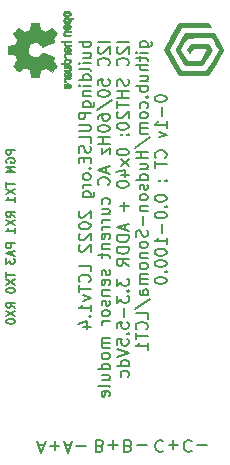
<source format=gbr>
%TF.GenerationSoftware,KiCad,Pcbnew,(6.0.6-0)*%
%TF.CreationDate,2023-05-31T20:28:53-07:00*%
%TF.ProjectId,HCT20,48435432-302e-46b6-9963-61645f706362,rev?*%
%TF.SameCoordinates,Original*%
%TF.FileFunction,Legend,Bot*%
%TF.FilePolarity,Positive*%
%FSLAX46Y46*%
G04 Gerber Fmt 4.6, Leading zero omitted, Abs format (unit mm)*
G04 Created by KiCad (PCBNEW (6.0.6-0)) date 2023-05-31 20:28:53*
%MOMM*%
%LPD*%
G01*
G04 APERTURE LIST*
%ADD10C,0.150000*%
%ADD11C,0.010000*%
G04 APERTURE END LIST*
D10*
X107732380Y-63335595D02*
X106732380Y-63335595D01*
X107113333Y-63335595D02*
X107065714Y-63430833D01*
X107065714Y-63621309D01*
X107113333Y-63716547D01*
X107160952Y-63764166D01*
X107256190Y-63811785D01*
X107541904Y-63811785D01*
X107637142Y-63764166D01*
X107684761Y-63716547D01*
X107732380Y-63621309D01*
X107732380Y-63430833D01*
X107684761Y-63335595D01*
X107065714Y-64668928D02*
X107732380Y-64668928D01*
X107065714Y-64240357D02*
X107589523Y-64240357D01*
X107684761Y-64287976D01*
X107732380Y-64383214D01*
X107732380Y-64526071D01*
X107684761Y-64621309D01*
X107637142Y-64668928D01*
X107732380Y-65145119D02*
X107065714Y-65145119D01*
X106732380Y-65145119D02*
X106780000Y-65097500D01*
X106827619Y-65145119D01*
X106780000Y-65192738D01*
X106732380Y-65145119D01*
X106827619Y-65145119D01*
X107732380Y-65764166D02*
X107684761Y-65668928D01*
X107589523Y-65621309D01*
X106732380Y-65621309D01*
X107732380Y-66573690D02*
X106732380Y-66573690D01*
X107684761Y-66573690D02*
X107732380Y-66478452D01*
X107732380Y-66287976D01*
X107684761Y-66192738D01*
X107637142Y-66145119D01*
X107541904Y-66097500D01*
X107256190Y-66097500D01*
X107160952Y-66145119D01*
X107113333Y-66192738D01*
X107065714Y-66287976D01*
X107065714Y-66478452D01*
X107113333Y-66573690D01*
X107732380Y-67049880D02*
X107065714Y-67049880D01*
X106732380Y-67049880D02*
X106780000Y-67002261D01*
X106827619Y-67049880D01*
X106780000Y-67097500D01*
X106732380Y-67049880D01*
X106827619Y-67049880D01*
X107065714Y-67526071D02*
X107732380Y-67526071D01*
X107160952Y-67526071D02*
X107113333Y-67573690D01*
X107065714Y-67668928D01*
X107065714Y-67811785D01*
X107113333Y-67907023D01*
X107208571Y-67954642D01*
X107732380Y-67954642D01*
X107065714Y-68859404D02*
X107875238Y-68859404D01*
X107970476Y-68811785D01*
X108018095Y-68764166D01*
X108065714Y-68668928D01*
X108065714Y-68526071D01*
X108018095Y-68430833D01*
X107684761Y-68859404D02*
X107732380Y-68764166D01*
X107732380Y-68573690D01*
X107684761Y-68478452D01*
X107637142Y-68430833D01*
X107541904Y-68383214D01*
X107256190Y-68383214D01*
X107160952Y-68430833D01*
X107113333Y-68478452D01*
X107065714Y-68573690D01*
X107065714Y-68764166D01*
X107113333Y-68859404D01*
X107732380Y-69335595D02*
X106732380Y-69335595D01*
X106732380Y-69716547D01*
X106780000Y-69811785D01*
X106827619Y-69859404D01*
X106922857Y-69907023D01*
X107065714Y-69907023D01*
X107160952Y-69859404D01*
X107208571Y-69811785D01*
X107256190Y-69716547D01*
X107256190Y-69335595D01*
X106732380Y-70335595D02*
X107541904Y-70335595D01*
X107637142Y-70383214D01*
X107684761Y-70430833D01*
X107732380Y-70526071D01*
X107732380Y-70716547D01*
X107684761Y-70811785D01*
X107637142Y-70859404D01*
X107541904Y-70907023D01*
X106732380Y-70907023D01*
X107732380Y-71859404D02*
X107732380Y-71383214D01*
X106732380Y-71383214D01*
X107684761Y-72145119D02*
X107732380Y-72287976D01*
X107732380Y-72526071D01*
X107684761Y-72621309D01*
X107637142Y-72668928D01*
X107541904Y-72716547D01*
X107446666Y-72716547D01*
X107351428Y-72668928D01*
X107303809Y-72621309D01*
X107256190Y-72526071D01*
X107208571Y-72335595D01*
X107160952Y-72240357D01*
X107113333Y-72192738D01*
X107018095Y-72145119D01*
X106922857Y-72145119D01*
X106827619Y-72192738D01*
X106780000Y-72240357D01*
X106732380Y-72335595D01*
X106732380Y-72573690D01*
X106780000Y-72716547D01*
X107208571Y-73145119D02*
X107208571Y-73478452D01*
X107732380Y-73621309D02*
X107732380Y-73145119D01*
X106732380Y-73145119D01*
X106732380Y-73621309D01*
X107637142Y-74049880D02*
X107684761Y-74097499D01*
X107732380Y-74049880D01*
X107684761Y-74002261D01*
X107637142Y-74049880D01*
X107732380Y-74049880D01*
X107732380Y-74668928D02*
X107684761Y-74573690D01*
X107637142Y-74526071D01*
X107541904Y-74478452D01*
X107256190Y-74478452D01*
X107160952Y-74526071D01*
X107113333Y-74573690D01*
X107065714Y-74668928D01*
X107065714Y-74811785D01*
X107113333Y-74907023D01*
X107160952Y-74954642D01*
X107256190Y-75002261D01*
X107541904Y-75002261D01*
X107637142Y-74954642D01*
X107684761Y-74907023D01*
X107732380Y-74811785D01*
X107732380Y-74668928D01*
X107732380Y-75430833D02*
X107065714Y-75430833D01*
X107256190Y-75430833D02*
X107160952Y-75478452D01*
X107113333Y-75526071D01*
X107065714Y-75621309D01*
X107065714Y-75716547D01*
X107065714Y-76478452D02*
X107875238Y-76478452D01*
X107970476Y-76430833D01*
X108018095Y-76383214D01*
X108065714Y-76287976D01*
X108065714Y-76145119D01*
X108018095Y-76049880D01*
X107684761Y-76478452D02*
X107732380Y-76383214D01*
X107732380Y-76192738D01*
X107684761Y-76097499D01*
X107637142Y-76049880D01*
X107541904Y-76002261D01*
X107256190Y-76002261D01*
X107160952Y-76049880D01*
X107113333Y-76097499D01*
X107065714Y-76192738D01*
X107065714Y-76383214D01*
X107113333Y-76478452D01*
X106827619Y-77668928D02*
X106780000Y-77716547D01*
X106732380Y-77811785D01*
X106732380Y-78049880D01*
X106780000Y-78145119D01*
X106827619Y-78192738D01*
X106922857Y-78240357D01*
X107018095Y-78240357D01*
X107160952Y-78192738D01*
X107732380Y-77621309D01*
X107732380Y-78240357D01*
X106732380Y-78859404D02*
X106732380Y-78954642D01*
X106780000Y-79049880D01*
X106827619Y-79097499D01*
X106922857Y-79145119D01*
X107113333Y-79192738D01*
X107351428Y-79192738D01*
X107541904Y-79145119D01*
X107637142Y-79097499D01*
X107684761Y-79049880D01*
X107732380Y-78954642D01*
X107732380Y-78859404D01*
X107684761Y-78764166D01*
X107637142Y-78716547D01*
X107541904Y-78668928D01*
X107351428Y-78621309D01*
X107113333Y-78621309D01*
X106922857Y-78668928D01*
X106827619Y-78716547D01*
X106780000Y-78764166D01*
X106732380Y-78859404D01*
X106827619Y-79573690D02*
X106780000Y-79621309D01*
X106732380Y-79716547D01*
X106732380Y-79954642D01*
X106780000Y-80049880D01*
X106827619Y-80097499D01*
X106922857Y-80145119D01*
X107018095Y-80145119D01*
X107160952Y-80097499D01*
X107732380Y-79526071D01*
X107732380Y-80145119D01*
X106827619Y-80526071D02*
X106780000Y-80573690D01*
X106732380Y-80668928D01*
X106732380Y-80907023D01*
X106780000Y-81002261D01*
X106827619Y-81049880D01*
X106922857Y-81097499D01*
X107018095Y-81097499D01*
X107160952Y-81049880D01*
X107732380Y-80478452D01*
X107732380Y-81097499D01*
X107732380Y-82764166D02*
X107732380Y-82287976D01*
X106732380Y-82287976D01*
X107637142Y-83668928D02*
X107684761Y-83621309D01*
X107732380Y-83478452D01*
X107732380Y-83383214D01*
X107684761Y-83240357D01*
X107589523Y-83145119D01*
X107494285Y-83097499D01*
X107303809Y-83049880D01*
X107160952Y-83049880D01*
X106970476Y-83097499D01*
X106875238Y-83145119D01*
X106780000Y-83240357D01*
X106732380Y-83383214D01*
X106732380Y-83478452D01*
X106780000Y-83621309D01*
X106827619Y-83668928D01*
X106732380Y-83954642D02*
X106732380Y-84526071D01*
X107732380Y-84240357D02*
X106732380Y-84240357D01*
X107065714Y-84764166D02*
X107732380Y-85002261D01*
X107065714Y-85240357D01*
X107732380Y-86145119D02*
X107732380Y-85573690D01*
X107732380Y-85859404D02*
X106732380Y-85859404D01*
X106875238Y-85764166D01*
X106970476Y-85668928D01*
X107018095Y-85573690D01*
X107637142Y-86573690D02*
X107684761Y-86621309D01*
X107732380Y-86573690D01*
X107684761Y-86526071D01*
X107637142Y-86573690D01*
X107732380Y-86573690D01*
X107065714Y-87478452D02*
X107732380Y-87478452D01*
X106684761Y-87240357D02*
X107399047Y-87002261D01*
X107399047Y-87621309D01*
X109342380Y-63335595D02*
X108342380Y-63335595D01*
X108437619Y-63764166D02*
X108390000Y-63811785D01*
X108342380Y-63907023D01*
X108342380Y-64145119D01*
X108390000Y-64240357D01*
X108437619Y-64287976D01*
X108532857Y-64335595D01*
X108628095Y-64335595D01*
X108770952Y-64287976D01*
X109342380Y-63716547D01*
X109342380Y-64335595D01*
X109247142Y-65335595D02*
X109294761Y-65287976D01*
X109342380Y-65145119D01*
X109342380Y-65049880D01*
X109294761Y-64907023D01*
X109199523Y-64811785D01*
X109104285Y-64764166D01*
X108913809Y-64716547D01*
X108770952Y-64716547D01*
X108580476Y-64764166D01*
X108485238Y-64811785D01*
X108390000Y-64907023D01*
X108342380Y-65049880D01*
X108342380Y-65145119D01*
X108390000Y-65287976D01*
X108437619Y-65335595D01*
X108342380Y-67002261D02*
X108342380Y-66526071D01*
X108818571Y-66478452D01*
X108770952Y-66526071D01*
X108723333Y-66621309D01*
X108723333Y-66859404D01*
X108770952Y-66954642D01*
X108818571Y-67002261D01*
X108913809Y-67049880D01*
X109151904Y-67049880D01*
X109247142Y-67002261D01*
X109294761Y-66954642D01*
X109342380Y-66859404D01*
X109342380Y-66621309D01*
X109294761Y-66526071D01*
X109247142Y-66478452D01*
X108342380Y-67668928D02*
X108342380Y-67764166D01*
X108390000Y-67859404D01*
X108437619Y-67907023D01*
X108532857Y-67954642D01*
X108723333Y-68002261D01*
X108961428Y-68002261D01*
X109151904Y-67954642D01*
X109247142Y-67907023D01*
X109294761Y-67859404D01*
X109342380Y-67764166D01*
X109342380Y-67668928D01*
X109294761Y-67573690D01*
X109247142Y-67526071D01*
X109151904Y-67478452D01*
X108961428Y-67430833D01*
X108723333Y-67430833D01*
X108532857Y-67478452D01*
X108437619Y-67526071D01*
X108390000Y-67573690D01*
X108342380Y-67668928D01*
X108294761Y-69145119D02*
X109580476Y-68287976D01*
X108342380Y-69907023D02*
X108342380Y-69716547D01*
X108390000Y-69621309D01*
X108437619Y-69573690D01*
X108580476Y-69478452D01*
X108770952Y-69430833D01*
X109151904Y-69430833D01*
X109247142Y-69478452D01*
X109294761Y-69526071D01*
X109342380Y-69621309D01*
X109342380Y-69811785D01*
X109294761Y-69907023D01*
X109247142Y-69954642D01*
X109151904Y-70002261D01*
X108913809Y-70002261D01*
X108818571Y-69954642D01*
X108770952Y-69907023D01*
X108723333Y-69811785D01*
X108723333Y-69621309D01*
X108770952Y-69526071D01*
X108818571Y-69478452D01*
X108913809Y-69430833D01*
X108342380Y-70621309D02*
X108342380Y-70716547D01*
X108390000Y-70811785D01*
X108437619Y-70859404D01*
X108532857Y-70907023D01*
X108723333Y-70954642D01*
X108961428Y-70954642D01*
X109151904Y-70907023D01*
X109247142Y-70859404D01*
X109294761Y-70811785D01*
X109342380Y-70716547D01*
X109342380Y-70621309D01*
X109294761Y-70526071D01*
X109247142Y-70478452D01*
X109151904Y-70430833D01*
X108961428Y-70383214D01*
X108723333Y-70383214D01*
X108532857Y-70430833D01*
X108437619Y-70478452D01*
X108390000Y-70526071D01*
X108342380Y-70621309D01*
X109342380Y-71383214D02*
X108342380Y-71383214D01*
X108818571Y-71383214D02*
X108818571Y-71954642D01*
X109342380Y-71954642D02*
X108342380Y-71954642D01*
X108675714Y-72335595D02*
X108675714Y-72859404D01*
X109342380Y-72335595D01*
X109342380Y-72859404D01*
X109056666Y-73954642D02*
X109056666Y-74430833D01*
X109342380Y-73859404D02*
X108342380Y-74192738D01*
X109342380Y-74526071D01*
X109247142Y-75430833D02*
X109294761Y-75383214D01*
X109342380Y-75240357D01*
X109342380Y-75145119D01*
X109294761Y-75002261D01*
X109199523Y-74907023D01*
X109104285Y-74859404D01*
X108913809Y-74811785D01*
X108770952Y-74811785D01*
X108580476Y-74859404D01*
X108485238Y-74907023D01*
X108390000Y-75002261D01*
X108342380Y-75145119D01*
X108342380Y-75240357D01*
X108390000Y-75383214D01*
X108437619Y-75430833D01*
X109294761Y-77049880D02*
X109342380Y-76954642D01*
X109342380Y-76764166D01*
X109294761Y-76668928D01*
X109247142Y-76621309D01*
X109151904Y-76573690D01*
X108866190Y-76573690D01*
X108770952Y-76621309D01*
X108723333Y-76668928D01*
X108675714Y-76764166D01*
X108675714Y-76954642D01*
X108723333Y-77049880D01*
X108675714Y-77907023D02*
X109342380Y-77907023D01*
X108675714Y-77478452D02*
X109199523Y-77478452D01*
X109294761Y-77526071D01*
X109342380Y-77621309D01*
X109342380Y-77764166D01*
X109294761Y-77859404D01*
X109247142Y-77907023D01*
X109342380Y-78383214D02*
X108675714Y-78383214D01*
X108866190Y-78383214D02*
X108770952Y-78430833D01*
X108723333Y-78478452D01*
X108675714Y-78573690D01*
X108675714Y-78668928D01*
X109342380Y-79002261D02*
X108675714Y-79002261D01*
X108866190Y-79002261D02*
X108770952Y-79049880D01*
X108723333Y-79097499D01*
X108675714Y-79192738D01*
X108675714Y-79287976D01*
X109294761Y-80002261D02*
X109342380Y-79907023D01*
X109342380Y-79716547D01*
X109294761Y-79621309D01*
X109199523Y-79573690D01*
X108818571Y-79573690D01*
X108723333Y-79621309D01*
X108675714Y-79716547D01*
X108675714Y-79907023D01*
X108723333Y-80002261D01*
X108818571Y-80049880D01*
X108913809Y-80049880D01*
X109009047Y-79573690D01*
X108675714Y-80478452D02*
X109342380Y-80478452D01*
X108770952Y-80478452D02*
X108723333Y-80526071D01*
X108675714Y-80621309D01*
X108675714Y-80764166D01*
X108723333Y-80859404D01*
X108818571Y-80907023D01*
X109342380Y-80907023D01*
X108675714Y-81240357D02*
X108675714Y-81621309D01*
X108342380Y-81383214D02*
X109199523Y-81383214D01*
X109294761Y-81430833D01*
X109342380Y-81526071D01*
X109342380Y-81621309D01*
X109294761Y-82668928D02*
X109342380Y-82764166D01*
X109342380Y-82954642D01*
X109294761Y-83049880D01*
X109199523Y-83097499D01*
X109151904Y-83097499D01*
X109056666Y-83049880D01*
X109009047Y-82954642D01*
X109009047Y-82811785D01*
X108961428Y-82716547D01*
X108866190Y-82668928D01*
X108818571Y-82668928D01*
X108723333Y-82716547D01*
X108675714Y-82811785D01*
X108675714Y-82954642D01*
X108723333Y-83049880D01*
X109294761Y-83907023D02*
X109342380Y-83811785D01*
X109342380Y-83621309D01*
X109294761Y-83526071D01*
X109199523Y-83478452D01*
X108818571Y-83478452D01*
X108723333Y-83526071D01*
X108675714Y-83621309D01*
X108675714Y-83811785D01*
X108723333Y-83907023D01*
X108818571Y-83954642D01*
X108913809Y-83954642D01*
X109009047Y-83478452D01*
X108675714Y-84383214D02*
X109342380Y-84383214D01*
X108770952Y-84383214D02*
X108723333Y-84430833D01*
X108675714Y-84526071D01*
X108675714Y-84668928D01*
X108723333Y-84764166D01*
X108818571Y-84811785D01*
X109342380Y-84811785D01*
X109294761Y-85240357D02*
X109342380Y-85335595D01*
X109342380Y-85526071D01*
X109294761Y-85621309D01*
X109199523Y-85668928D01*
X109151904Y-85668928D01*
X109056666Y-85621309D01*
X109009047Y-85526071D01*
X109009047Y-85383214D01*
X108961428Y-85287976D01*
X108866190Y-85240357D01*
X108818571Y-85240357D01*
X108723333Y-85287976D01*
X108675714Y-85383214D01*
X108675714Y-85526071D01*
X108723333Y-85621309D01*
X109342380Y-86240357D02*
X109294761Y-86145119D01*
X109247142Y-86097499D01*
X109151904Y-86049880D01*
X108866190Y-86049880D01*
X108770952Y-86097499D01*
X108723333Y-86145119D01*
X108675714Y-86240357D01*
X108675714Y-86383214D01*
X108723333Y-86478452D01*
X108770952Y-86526071D01*
X108866190Y-86573690D01*
X109151904Y-86573690D01*
X109247142Y-86526071D01*
X109294761Y-86478452D01*
X109342380Y-86383214D01*
X109342380Y-86240357D01*
X109342380Y-87002261D02*
X108675714Y-87002261D01*
X108866190Y-87002261D02*
X108770952Y-87049880D01*
X108723333Y-87097499D01*
X108675714Y-87192738D01*
X108675714Y-87287976D01*
X109342380Y-88383214D02*
X108675714Y-88383214D01*
X108770952Y-88383214D02*
X108723333Y-88430833D01*
X108675714Y-88526071D01*
X108675714Y-88668928D01*
X108723333Y-88764166D01*
X108818571Y-88811785D01*
X109342380Y-88811785D01*
X108818571Y-88811785D02*
X108723333Y-88859404D01*
X108675714Y-88954642D01*
X108675714Y-89097499D01*
X108723333Y-89192738D01*
X108818571Y-89240357D01*
X109342380Y-89240357D01*
X109342380Y-89859404D02*
X109294761Y-89764166D01*
X109247142Y-89716547D01*
X109151904Y-89668928D01*
X108866190Y-89668928D01*
X108770952Y-89716547D01*
X108723333Y-89764166D01*
X108675714Y-89859404D01*
X108675714Y-90002261D01*
X108723333Y-90097499D01*
X108770952Y-90145119D01*
X108866190Y-90192738D01*
X109151904Y-90192738D01*
X109247142Y-90145119D01*
X109294761Y-90097499D01*
X109342380Y-90002261D01*
X109342380Y-89859404D01*
X109342380Y-91049880D02*
X108342380Y-91049880D01*
X109294761Y-91049880D02*
X109342380Y-90954642D01*
X109342380Y-90764166D01*
X109294761Y-90668928D01*
X109247142Y-90621309D01*
X109151904Y-90573690D01*
X108866190Y-90573690D01*
X108770952Y-90621309D01*
X108723333Y-90668928D01*
X108675714Y-90764166D01*
X108675714Y-90954642D01*
X108723333Y-91049880D01*
X108675714Y-91954642D02*
X109342380Y-91954642D01*
X108675714Y-91526071D02*
X109199523Y-91526071D01*
X109294761Y-91573690D01*
X109342380Y-91668928D01*
X109342380Y-91811785D01*
X109294761Y-91907023D01*
X109247142Y-91954642D01*
X109342380Y-92573690D02*
X109294761Y-92478452D01*
X109199523Y-92430833D01*
X108342380Y-92430833D01*
X109294761Y-93335595D02*
X109342380Y-93240357D01*
X109342380Y-93049880D01*
X109294761Y-92954642D01*
X109199523Y-92907023D01*
X108818571Y-92907023D01*
X108723333Y-92954642D01*
X108675714Y-93049880D01*
X108675714Y-93240357D01*
X108723333Y-93335595D01*
X108818571Y-93383214D01*
X108913809Y-93383214D01*
X109009047Y-92907023D01*
X110952380Y-63335595D02*
X109952380Y-63335595D01*
X110047619Y-63764166D02*
X110000000Y-63811785D01*
X109952380Y-63907023D01*
X109952380Y-64145119D01*
X110000000Y-64240357D01*
X110047619Y-64287976D01*
X110142857Y-64335595D01*
X110238095Y-64335595D01*
X110380952Y-64287976D01*
X110952380Y-63716547D01*
X110952380Y-64335595D01*
X110857142Y-65335595D02*
X110904761Y-65287976D01*
X110952380Y-65145119D01*
X110952380Y-65049880D01*
X110904761Y-64907023D01*
X110809523Y-64811785D01*
X110714285Y-64764166D01*
X110523809Y-64716547D01*
X110380952Y-64716547D01*
X110190476Y-64764166D01*
X110095238Y-64811785D01*
X110000000Y-64907023D01*
X109952380Y-65049880D01*
X109952380Y-65145119D01*
X110000000Y-65287976D01*
X110047619Y-65335595D01*
X110904761Y-66478452D02*
X110952380Y-66621309D01*
X110952380Y-66859404D01*
X110904761Y-66954642D01*
X110857142Y-67002261D01*
X110761904Y-67049880D01*
X110666666Y-67049880D01*
X110571428Y-67002261D01*
X110523809Y-66954642D01*
X110476190Y-66859404D01*
X110428571Y-66668928D01*
X110380952Y-66573690D01*
X110333333Y-66526071D01*
X110238095Y-66478452D01*
X110142857Y-66478452D01*
X110047619Y-66526071D01*
X110000000Y-66573690D01*
X109952380Y-66668928D01*
X109952380Y-66907023D01*
X110000000Y-67049880D01*
X110952380Y-67478452D02*
X109952380Y-67478452D01*
X110428571Y-67478452D02*
X110428571Y-68049880D01*
X110952380Y-68049880D02*
X109952380Y-68049880D01*
X109952380Y-68383214D02*
X109952380Y-68954642D01*
X110952380Y-68668928D02*
X109952380Y-68668928D01*
X110047619Y-69240357D02*
X110000000Y-69287976D01*
X109952380Y-69383214D01*
X109952380Y-69621309D01*
X110000000Y-69716547D01*
X110047619Y-69764166D01*
X110142857Y-69811785D01*
X110238095Y-69811785D01*
X110380952Y-69764166D01*
X110952380Y-69192738D01*
X110952380Y-69811785D01*
X109952380Y-70430833D02*
X109952380Y-70526071D01*
X110000000Y-70621309D01*
X110047619Y-70668928D01*
X110142857Y-70716547D01*
X110333333Y-70764166D01*
X110571428Y-70764166D01*
X110761904Y-70716547D01*
X110857142Y-70668928D01*
X110904761Y-70621309D01*
X110952380Y-70526071D01*
X110952380Y-70430833D01*
X110904761Y-70335595D01*
X110857142Y-70287976D01*
X110761904Y-70240357D01*
X110571428Y-70192738D01*
X110333333Y-70192738D01*
X110142857Y-70240357D01*
X110047619Y-70287976D01*
X110000000Y-70335595D01*
X109952380Y-70430833D01*
X110857142Y-71192738D02*
X110904761Y-71240357D01*
X110952380Y-71192738D01*
X110904761Y-71145119D01*
X110857142Y-71192738D01*
X110952380Y-71192738D01*
X110333333Y-71192738D02*
X110380952Y-71240357D01*
X110428571Y-71192738D01*
X110380952Y-71145119D01*
X110333333Y-71192738D01*
X110428571Y-71192738D01*
X109952380Y-72621309D02*
X109952380Y-72716547D01*
X110000000Y-72811785D01*
X110047619Y-72859404D01*
X110142857Y-72907023D01*
X110333333Y-72954642D01*
X110571428Y-72954642D01*
X110761904Y-72907023D01*
X110857142Y-72859404D01*
X110904761Y-72811785D01*
X110952380Y-72716547D01*
X110952380Y-72621309D01*
X110904761Y-72526071D01*
X110857142Y-72478452D01*
X110761904Y-72430833D01*
X110571428Y-72383214D01*
X110333333Y-72383214D01*
X110142857Y-72430833D01*
X110047619Y-72478452D01*
X110000000Y-72526071D01*
X109952380Y-72621309D01*
X110952380Y-73287976D02*
X110285714Y-73811785D01*
X110285714Y-73287976D02*
X110952380Y-73811785D01*
X110285714Y-74621309D02*
X110952380Y-74621309D01*
X109904761Y-74383214D02*
X110619047Y-74145119D01*
X110619047Y-74764166D01*
X109952380Y-75335595D02*
X109952380Y-75430833D01*
X110000000Y-75526071D01*
X110047619Y-75573690D01*
X110142857Y-75621309D01*
X110333333Y-75668928D01*
X110571428Y-75668928D01*
X110761904Y-75621309D01*
X110857142Y-75573690D01*
X110904761Y-75526071D01*
X110952380Y-75430833D01*
X110952380Y-75335595D01*
X110904761Y-75240357D01*
X110857142Y-75192738D01*
X110761904Y-75145119D01*
X110571428Y-75097500D01*
X110333333Y-75097500D01*
X110142857Y-75145119D01*
X110047619Y-75192738D01*
X110000000Y-75240357D01*
X109952380Y-75335595D01*
X110571428Y-76859404D02*
X110571428Y-77621309D01*
X110952380Y-77240357D02*
X110190476Y-77240357D01*
X110666666Y-78811785D02*
X110666666Y-79287976D01*
X110952380Y-78716547D02*
X109952380Y-79049880D01*
X110952380Y-79383214D01*
X110952380Y-79716547D02*
X109952380Y-79716547D01*
X109952380Y-79954642D01*
X110000000Y-80097500D01*
X110095238Y-80192738D01*
X110190476Y-80240357D01*
X110380952Y-80287976D01*
X110523809Y-80287976D01*
X110714285Y-80240357D01*
X110809523Y-80192738D01*
X110904761Y-80097500D01*
X110952380Y-79954642D01*
X110952380Y-79716547D01*
X110952380Y-80716547D02*
X109952380Y-80716547D01*
X109952380Y-80954642D01*
X110000000Y-81097500D01*
X110095238Y-81192738D01*
X110190476Y-81240357D01*
X110380952Y-81287976D01*
X110523809Y-81287976D01*
X110714285Y-81240357D01*
X110809523Y-81192738D01*
X110904761Y-81097500D01*
X110952380Y-80954642D01*
X110952380Y-80716547D01*
X110952380Y-82287976D02*
X110476190Y-81954642D01*
X110952380Y-81716547D02*
X109952380Y-81716547D01*
X109952380Y-82097500D01*
X110000000Y-82192738D01*
X110047619Y-82240357D01*
X110142857Y-82287976D01*
X110285714Y-82287976D01*
X110380952Y-82240357D01*
X110428571Y-82192738D01*
X110476190Y-82097500D01*
X110476190Y-81716547D01*
X109952380Y-83383214D02*
X109952380Y-84002261D01*
X110333333Y-83668928D01*
X110333333Y-83811785D01*
X110380952Y-83907023D01*
X110428571Y-83954642D01*
X110523809Y-84002261D01*
X110761904Y-84002261D01*
X110857142Y-83954642D01*
X110904761Y-83907023D01*
X110952380Y-83811785D01*
X110952380Y-83526071D01*
X110904761Y-83430833D01*
X110857142Y-83383214D01*
X110857142Y-84430833D02*
X110904761Y-84478452D01*
X110952380Y-84430833D01*
X110904761Y-84383214D01*
X110857142Y-84430833D01*
X110952380Y-84430833D01*
X109952380Y-84811785D02*
X109952380Y-85430833D01*
X110333333Y-85097500D01*
X110333333Y-85240357D01*
X110380952Y-85335595D01*
X110428571Y-85383214D01*
X110523809Y-85430833D01*
X110761904Y-85430833D01*
X110857142Y-85383214D01*
X110904761Y-85335595D01*
X110952380Y-85240357D01*
X110952380Y-84954642D01*
X110904761Y-84859404D01*
X110857142Y-84811785D01*
X110571428Y-85859404D02*
X110571428Y-86621309D01*
X109952380Y-87573690D02*
X109952380Y-87097500D01*
X110428571Y-87049880D01*
X110380952Y-87097500D01*
X110333333Y-87192738D01*
X110333333Y-87430833D01*
X110380952Y-87526071D01*
X110428571Y-87573690D01*
X110523809Y-87621309D01*
X110761904Y-87621309D01*
X110857142Y-87573690D01*
X110904761Y-87526071D01*
X110952380Y-87430833D01*
X110952380Y-87192738D01*
X110904761Y-87097500D01*
X110857142Y-87049880D01*
X110857142Y-88049880D02*
X110904761Y-88097500D01*
X110952380Y-88049880D01*
X110904761Y-88002261D01*
X110857142Y-88049880D01*
X110952380Y-88049880D01*
X109952380Y-89002261D02*
X109952380Y-88526071D01*
X110428571Y-88478452D01*
X110380952Y-88526071D01*
X110333333Y-88621309D01*
X110333333Y-88859404D01*
X110380952Y-88954642D01*
X110428571Y-89002261D01*
X110523809Y-89049880D01*
X110761904Y-89049880D01*
X110857142Y-89002261D01*
X110904761Y-88954642D01*
X110952380Y-88859404D01*
X110952380Y-88621309D01*
X110904761Y-88526071D01*
X110857142Y-88478452D01*
X109952380Y-89335595D02*
X110952380Y-89668928D01*
X109952380Y-90002261D01*
X110952380Y-90764166D02*
X109952380Y-90764166D01*
X110904761Y-90764166D02*
X110952380Y-90668928D01*
X110952380Y-90478452D01*
X110904761Y-90383214D01*
X110857142Y-90335595D01*
X110761904Y-90287976D01*
X110476190Y-90287976D01*
X110380952Y-90335595D01*
X110333333Y-90383214D01*
X110285714Y-90478452D01*
X110285714Y-90668928D01*
X110333333Y-90764166D01*
X110904761Y-91668928D02*
X110952380Y-91573690D01*
X110952380Y-91383214D01*
X110904761Y-91287976D01*
X110857142Y-91240357D01*
X110761904Y-91192738D01*
X110476190Y-91192738D01*
X110380952Y-91240357D01*
X110333333Y-91287976D01*
X110285714Y-91383214D01*
X110285714Y-91573690D01*
X110333333Y-91668928D01*
X111895714Y-63764166D02*
X112705238Y-63764166D01*
X112800476Y-63716547D01*
X112848095Y-63668928D01*
X112895714Y-63573690D01*
X112895714Y-63430833D01*
X112848095Y-63335595D01*
X112514761Y-63764166D02*
X112562380Y-63668928D01*
X112562380Y-63478452D01*
X112514761Y-63383214D01*
X112467142Y-63335595D01*
X112371904Y-63287976D01*
X112086190Y-63287976D01*
X111990952Y-63335595D01*
X111943333Y-63383214D01*
X111895714Y-63478452D01*
X111895714Y-63668928D01*
X111943333Y-63764166D01*
X112562380Y-64240357D02*
X111895714Y-64240357D01*
X111562380Y-64240357D02*
X111610000Y-64192738D01*
X111657619Y-64240357D01*
X111610000Y-64287976D01*
X111562380Y-64240357D01*
X111657619Y-64240357D01*
X111895714Y-64573690D02*
X111895714Y-64954642D01*
X111562380Y-64716547D02*
X112419523Y-64716547D01*
X112514761Y-64764166D01*
X112562380Y-64859404D01*
X112562380Y-64954642D01*
X112562380Y-65287976D02*
X111562380Y-65287976D01*
X112562380Y-65716547D02*
X112038571Y-65716547D01*
X111943333Y-65668928D01*
X111895714Y-65573690D01*
X111895714Y-65430833D01*
X111943333Y-65335595D01*
X111990952Y-65287976D01*
X111895714Y-66621309D02*
X112562380Y-66621309D01*
X111895714Y-66192738D02*
X112419523Y-66192738D01*
X112514761Y-66240357D01*
X112562380Y-66335595D01*
X112562380Y-66478452D01*
X112514761Y-66573690D01*
X112467142Y-66621309D01*
X112562380Y-67097500D02*
X111562380Y-67097500D01*
X111943333Y-67097500D02*
X111895714Y-67192738D01*
X111895714Y-67383214D01*
X111943333Y-67478452D01*
X111990952Y-67526071D01*
X112086190Y-67573690D01*
X112371904Y-67573690D01*
X112467142Y-67526071D01*
X112514761Y-67478452D01*
X112562380Y-67383214D01*
X112562380Y-67192738D01*
X112514761Y-67097500D01*
X112467142Y-68002261D02*
X112514761Y-68049880D01*
X112562380Y-68002261D01*
X112514761Y-67954642D01*
X112467142Y-68002261D01*
X112562380Y-68002261D01*
X112514761Y-68907023D02*
X112562380Y-68811785D01*
X112562380Y-68621309D01*
X112514761Y-68526071D01*
X112467142Y-68478452D01*
X112371904Y-68430833D01*
X112086190Y-68430833D01*
X111990952Y-68478452D01*
X111943333Y-68526071D01*
X111895714Y-68621309D01*
X111895714Y-68811785D01*
X111943333Y-68907023D01*
X112562380Y-69478452D02*
X112514761Y-69383214D01*
X112467142Y-69335595D01*
X112371904Y-69287976D01*
X112086190Y-69287976D01*
X111990952Y-69335595D01*
X111943333Y-69383214D01*
X111895714Y-69478452D01*
X111895714Y-69621309D01*
X111943333Y-69716547D01*
X111990952Y-69764166D01*
X112086190Y-69811785D01*
X112371904Y-69811785D01*
X112467142Y-69764166D01*
X112514761Y-69716547D01*
X112562380Y-69621309D01*
X112562380Y-69478452D01*
X112562380Y-70240357D02*
X111895714Y-70240357D01*
X111990952Y-70240357D02*
X111943333Y-70287976D01*
X111895714Y-70383214D01*
X111895714Y-70526071D01*
X111943333Y-70621309D01*
X112038571Y-70668928D01*
X112562380Y-70668928D01*
X112038571Y-70668928D02*
X111943333Y-70716547D01*
X111895714Y-70811785D01*
X111895714Y-70954642D01*
X111943333Y-71049880D01*
X112038571Y-71097500D01*
X112562380Y-71097500D01*
X111514761Y-72287976D02*
X112800476Y-71430833D01*
X112562380Y-72621309D02*
X111562380Y-72621309D01*
X112038571Y-72621309D02*
X112038571Y-73192738D01*
X112562380Y-73192738D02*
X111562380Y-73192738D01*
X111895714Y-74097500D02*
X112562380Y-74097500D01*
X111895714Y-73668928D02*
X112419523Y-73668928D01*
X112514761Y-73716547D01*
X112562380Y-73811785D01*
X112562380Y-73954642D01*
X112514761Y-74049880D01*
X112467142Y-74097500D01*
X112562380Y-75002261D02*
X111562380Y-75002261D01*
X112514761Y-75002261D02*
X112562380Y-74907023D01*
X112562380Y-74716547D01*
X112514761Y-74621309D01*
X112467142Y-74573690D01*
X112371904Y-74526071D01*
X112086190Y-74526071D01*
X111990952Y-74573690D01*
X111943333Y-74621309D01*
X111895714Y-74716547D01*
X111895714Y-74907023D01*
X111943333Y-75002261D01*
X112514761Y-75430833D02*
X112562380Y-75526071D01*
X112562380Y-75716547D01*
X112514761Y-75811785D01*
X112419523Y-75859404D01*
X112371904Y-75859404D01*
X112276666Y-75811785D01*
X112229047Y-75716547D01*
X112229047Y-75573690D01*
X112181428Y-75478452D01*
X112086190Y-75430833D01*
X112038571Y-75430833D01*
X111943333Y-75478452D01*
X111895714Y-75573690D01*
X111895714Y-75716547D01*
X111943333Y-75811785D01*
X112562380Y-76430833D02*
X112514761Y-76335595D01*
X112467142Y-76287976D01*
X112371904Y-76240357D01*
X112086190Y-76240357D01*
X111990952Y-76287976D01*
X111943333Y-76335595D01*
X111895714Y-76430833D01*
X111895714Y-76573690D01*
X111943333Y-76668928D01*
X111990952Y-76716547D01*
X112086190Y-76764166D01*
X112371904Y-76764166D01*
X112467142Y-76716547D01*
X112514761Y-76668928D01*
X112562380Y-76573690D01*
X112562380Y-76430833D01*
X111895714Y-77192738D02*
X112562380Y-77192738D01*
X111990952Y-77192738D02*
X111943333Y-77240357D01*
X111895714Y-77335595D01*
X111895714Y-77478452D01*
X111943333Y-77573690D01*
X112038571Y-77621309D01*
X112562380Y-77621309D01*
X112181428Y-78097500D02*
X112181428Y-78859404D01*
X112514761Y-79287976D02*
X112562380Y-79430833D01*
X112562380Y-79668928D01*
X112514761Y-79764166D01*
X112467142Y-79811785D01*
X112371904Y-79859404D01*
X112276666Y-79859404D01*
X112181428Y-79811785D01*
X112133809Y-79764166D01*
X112086190Y-79668928D01*
X112038571Y-79478452D01*
X111990952Y-79383214D01*
X111943333Y-79335595D01*
X111848095Y-79287976D01*
X111752857Y-79287976D01*
X111657619Y-79335595D01*
X111610000Y-79383214D01*
X111562380Y-79478452D01*
X111562380Y-79716547D01*
X111610000Y-79859404D01*
X112562380Y-80430833D02*
X112514761Y-80335595D01*
X112467142Y-80287976D01*
X112371904Y-80240357D01*
X112086190Y-80240357D01*
X111990952Y-80287976D01*
X111943333Y-80335595D01*
X111895714Y-80430833D01*
X111895714Y-80573690D01*
X111943333Y-80668928D01*
X111990952Y-80716547D01*
X112086190Y-80764166D01*
X112371904Y-80764166D01*
X112467142Y-80716547D01*
X112514761Y-80668928D01*
X112562380Y-80573690D01*
X112562380Y-80430833D01*
X111895714Y-81192738D02*
X112562380Y-81192738D01*
X111990952Y-81192738D02*
X111943333Y-81240357D01*
X111895714Y-81335595D01*
X111895714Y-81478452D01*
X111943333Y-81573690D01*
X112038571Y-81621309D01*
X112562380Y-81621309D01*
X112562380Y-82240357D02*
X112514761Y-82145119D01*
X112467142Y-82097500D01*
X112371904Y-82049880D01*
X112086190Y-82049880D01*
X111990952Y-82097500D01*
X111943333Y-82145119D01*
X111895714Y-82240357D01*
X111895714Y-82383214D01*
X111943333Y-82478452D01*
X111990952Y-82526071D01*
X112086190Y-82573690D01*
X112371904Y-82573690D01*
X112467142Y-82526071D01*
X112514761Y-82478452D01*
X112562380Y-82383214D01*
X112562380Y-82240357D01*
X112562380Y-83002261D02*
X111895714Y-83002261D01*
X111990952Y-83002261D02*
X111943333Y-83049880D01*
X111895714Y-83145119D01*
X111895714Y-83287976D01*
X111943333Y-83383214D01*
X112038571Y-83430833D01*
X112562380Y-83430833D01*
X112038571Y-83430833D02*
X111943333Y-83478452D01*
X111895714Y-83573690D01*
X111895714Y-83716547D01*
X111943333Y-83811785D01*
X112038571Y-83859404D01*
X112562380Y-83859404D01*
X112562380Y-84764166D02*
X112038571Y-84764166D01*
X111943333Y-84716547D01*
X111895714Y-84621309D01*
X111895714Y-84430833D01*
X111943333Y-84335595D01*
X112514761Y-84764166D02*
X112562380Y-84668928D01*
X112562380Y-84430833D01*
X112514761Y-84335595D01*
X112419523Y-84287976D01*
X112324285Y-84287976D01*
X112229047Y-84335595D01*
X112181428Y-84430833D01*
X112181428Y-84668928D01*
X112133809Y-84764166D01*
X111514761Y-85954642D02*
X112800476Y-85097500D01*
X112562380Y-86764166D02*
X112562380Y-86287976D01*
X111562380Y-86287976D01*
X112467142Y-87668928D02*
X112514761Y-87621309D01*
X112562380Y-87478452D01*
X112562380Y-87383214D01*
X112514761Y-87240357D01*
X112419523Y-87145119D01*
X112324285Y-87097500D01*
X112133809Y-87049880D01*
X111990952Y-87049880D01*
X111800476Y-87097500D01*
X111705238Y-87145119D01*
X111610000Y-87240357D01*
X111562380Y-87383214D01*
X111562380Y-87478452D01*
X111610000Y-87621309D01*
X111657619Y-87668928D01*
X111562380Y-87954642D02*
X111562380Y-88526071D01*
X112562380Y-88240357D02*
X111562380Y-88240357D01*
X112562380Y-89383214D02*
X112562380Y-88811785D01*
X112562380Y-89097500D02*
X111562380Y-89097500D01*
X111705238Y-89002261D01*
X111800476Y-88907023D01*
X111848095Y-88811785D01*
X113172380Y-68097500D02*
X113172380Y-68192738D01*
X113220000Y-68287976D01*
X113267619Y-68335595D01*
X113362857Y-68383214D01*
X113553333Y-68430833D01*
X113791428Y-68430833D01*
X113981904Y-68383214D01*
X114077142Y-68335595D01*
X114124761Y-68287976D01*
X114172380Y-68192738D01*
X114172380Y-68097500D01*
X114124761Y-68002261D01*
X114077142Y-67954642D01*
X113981904Y-67907023D01*
X113791428Y-67859404D01*
X113553333Y-67859404D01*
X113362857Y-67907023D01*
X113267619Y-67954642D01*
X113220000Y-68002261D01*
X113172380Y-68097500D01*
X113791428Y-68859404D02*
X113791428Y-69621309D01*
X114172380Y-70621309D02*
X114172380Y-70049880D01*
X114172380Y-70335595D02*
X113172380Y-70335595D01*
X113315238Y-70240357D01*
X113410476Y-70145119D01*
X113458095Y-70049880D01*
X113505714Y-70954642D02*
X114172380Y-71192738D01*
X113505714Y-71430833D01*
X114077142Y-73145119D02*
X114124761Y-73097500D01*
X114172380Y-72954642D01*
X114172380Y-72859404D01*
X114124761Y-72716547D01*
X114029523Y-72621309D01*
X113934285Y-72573690D01*
X113743809Y-72526071D01*
X113600952Y-72526071D01*
X113410476Y-72573690D01*
X113315238Y-72621309D01*
X113220000Y-72716547D01*
X113172380Y-72859404D01*
X113172380Y-72954642D01*
X113220000Y-73097500D01*
X113267619Y-73145119D01*
X113172380Y-73430833D02*
X113172380Y-74002261D01*
X114172380Y-73716547D02*
X113172380Y-73716547D01*
X114077142Y-75097500D02*
X114124761Y-75145119D01*
X114172380Y-75097500D01*
X114124761Y-75049880D01*
X114077142Y-75097500D01*
X114172380Y-75097500D01*
X113553333Y-75097500D02*
X113600952Y-75145119D01*
X113648571Y-75097500D01*
X113600952Y-75049880D01*
X113553333Y-75097500D01*
X113648571Y-75097500D01*
X113172380Y-76526071D02*
X113172380Y-76621309D01*
X113220000Y-76716547D01*
X113267619Y-76764166D01*
X113362857Y-76811785D01*
X113553333Y-76859404D01*
X113791428Y-76859404D01*
X113981904Y-76811785D01*
X114077142Y-76764166D01*
X114124761Y-76716547D01*
X114172380Y-76621309D01*
X114172380Y-76526071D01*
X114124761Y-76430833D01*
X114077142Y-76383214D01*
X113981904Y-76335595D01*
X113791428Y-76287976D01*
X113553333Y-76287976D01*
X113362857Y-76335595D01*
X113267619Y-76383214D01*
X113220000Y-76430833D01*
X113172380Y-76526071D01*
X114077142Y-77287976D02*
X114124761Y-77335595D01*
X114172380Y-77287976D01*
X114124761Y-77240357D01*
X114077142Y-77287976D01*
X114172380Y-77287976D01*
X113172380Y-77954642D02*
X113172380Y-78049880D01*
X113220000Y-78145119D01*
X113267619Y-78192738D01*
X113362857Y-78240357D01*
X113553333Y-78287976D01*
X113791428Y-78287976D01*
X113981904Y-78240357D01*
X114077142Y-78192738D01*
X114124761Y-78145119D01*
X114172380Y-78049880D01*
X114172380Y-77954642D01*
X114124761Y-77859404D01*
X114077142Y-77811785D01*
X113981904Y-77764166D01*
X113791428Y-77716547D01*
X113553333Y-77716547D01*
X113362857Y-77764166D01*
X113267619Y-77811785D01*
X113220000Y-77859404D01*
X113172380Y-77954642D01*
X113791428Y-78716547D02*
X113791428Y-79478452D01*
X114172380Y-80478452D02*
X114172380Y-79907023D01*
X114172380Y-80192738D02*
X113172380Y-80192738D01*
X113315238Y-80097500D01*
X113410476Y-80002261D01*
X113458095Y-79907023D01*
X113172380Y-81097500D02*
X113172380Y-81192738D01*
X113220000Y-81287976D01*
X113267619Y-81335595D01*
X113362857Y-81383214D01*
X113553333Y-81430833D01*
X113791428Y-81430833D01*
X113981904Y-81383214D01*
X114077142Y-81335595D01*
X114124761Y-81287976D01*
X114172380Y-81192738D01*
X114172380Y-81097500D01*
X114124761Y-81002261D01*
X114077142Y-80954642D01*
X113981904Y-80907023D01*
X113791428Y-80859404D01*
X113553333Y-80859404D01*
X113362857Y-80907023D01*
X113267619Y-80954642D01*
X113220000Y-81002261D01*
X113172380Y-81097500D01*
X113172380Y-82049880D02*
X113172380Y-82145119D01*
X113220000Y-82240357D01*
X113267619Y-82287976D01*
X113362857Y-82335595D01*
X113553333Y-82383214D01*
X113791428Y-82383214D01*
X113981904Y-82335595D01*
X114077142Y-82287976D01*
X114124761Y-82240357D01*
X114172380Y-82145119D01*
X114172380Y-82049880D01*
X114124761Y-81954642D01*
X114077142Y-81907023D01*
X113981904Y-81859404D01*
X113791428Y-81811785D01*
X113553333Y-81811785D01*
X113362857Y-81859404D01*
X113267619Y-81907023D01*
X113220000Y-81954642D01*
X113172380Y-82049880D01*
X114077142Y-82811785D02*
X114124761Y-82859404D01*
X114172380Y-82811785D01*
X114124761Y-82764166D01*
X114077142Y-82811785D01*
X114172380Y-82811785D01*
X113172380Y-83478452D02*
X113172380Y-83573690D01*
X113220000Y-83668928D01*
X113267619Y-83716547D01*
X113362857Y-83764166D01*
X113553333Y-83811785D01*
X113791428Y-83811785D01*
X113981904Y-83764166D01*
X114077142Y-83716547D01*
X114124761Y-83668928D01*
X114172380Y-83573690D01*
X114172380Y-83478452D01*
X114124761Y-83383214D01*
X114077142Y-83335595D01*
X113981904Y-83287976D01*
X113791428Y-83240357D01*
X113553333Y-83240357D01*
X113362857Y-83287976D01*
X113267619Y-83335595D01*
X113220000Y-83383214D01*
X113172380Y-83478452D01*
X113871785Y-97142857D02*
X113820357Y-97095238D01*
X113666071Y-97047619D01*
X113563214Y-97047619D01*
X113408928Y-97095238D01*
X113306071Y-97190476D01*
X113254642Y-97285714D01*
X113203214Y-97476190D01*
X113203214Y-97619047D01*
X113254642Y-97809523D01*
X113306071Y-97904761D01*
X113408928Y-98000000D01*
X113563214Y-98047619D01*
X113666071Y-98047619D01*
X113820357Y-98000000D01*
X113871785Y-97952380D01*
X114334642Y-97428571D02*
X115157500Y-97428571D01*
X114746071Y-97047619D02*
X114746071Y-97809523D01*
X116288928Y-97142857D02*
X116237500Y-97095238D01*
X116083214Y-97047619D01*
X115980357Y-97047619D01*
X115826071Y-97095238D01*
X115723214Y-97190476D01*
X115671785Y-97285714D01*
X115620357Y-97476190D01*
X115620357Y-97619047D01*
X115671785Y-97809523D01*
X115723214Y-97904761D01*
X115826071Y-98000000D01*
X115980357Y-98047619D01*
X116083214Y-98047619D01*
X116237500Y-98000000D01*
X116288928Y-97952380D01*
X116751785Y-97428571D02*
X117574642Y-97428571D01*
X101325714Y-72468928D02*
X100605714Y-72468928D01*
X100605714Y-72743214D01*
X100640000Y-72811785D01*
X100674285Y-72846071D01*
X100742857Y-72880357D01*
X100845714Y-72880357D01*
X100914285Y-72846071D01*
X100948571Y-72811785D01*
X100982857Y-72743214D01*
X100982857Y-72468928D01*
X100640000Y-73566071D02*
X100605714Y-73497500D01*
X100605714Y-73394642D01*
X100640000Y-73291785D01*
X100708571Y-73223214D01*
X100777142Y-73188928D01*
X100914285Y-73154642D01*
X101017142Y-73154642D01*
X101154285Y-73188928D01*
X101222857Y-73223214D01*
X101291428Y-73291785D01*
X101325714Y-73394642D01*
X101325714Y-73463214D01*
X101291428Y-73566071D01*
X101257142Y-73600357D01*
X101017142Y-73600357D01*
X101017142Y-73463214D01*
X101325714Y-73908928D02*
X100605714Y-73908928D01*
X101120000Y-74148928D01*
X100605714Y-74388928D01*
X101325714Y-74388928D01*
X100605714Y-75177500D02*
X100605714Y-75588928D01*
X101325714Y-75383214D02*
X100605714Y-75383214D01*
X100605714Y-75760357D02*
X101325714Y-76240357D01*
X100605714Y-76240357D02*
X101325714Y-75760357D01*
X101325714Y-76891785D02*
X101325714Y-76480357D01*
X101325714Y-76686071D02*
X100605714Y-76686071D01*
X100708571Y-76617500D01*
X100777142Y-76548928D01*
X100811428Y-76480357D01*
X101325714Y-78160357D02*
X100982857Y-77920357D01*
X101325714Y-77748928D02*
X100605714Y-77748928D01*
X100605714Y-78023214D01*
X100640000Y-78091785D01*
X100674285Y-78126071D01*
X100742857Y-78160357D01*
X100845714Y-78160357D01*
X100914285Y-78126071D01*
X100948571Y-78091785D01*
X100982857Y-78023214D01*
X100982857Y-77748928D01*
X100605714Y-78400357D02*
X101325714Y-78880357D01*
X100605714Y-78880357D02*
X101325714Y-78400357D01*
X101325714Y-79531785D02*
X101325714Y-79120357D01*
X101325714Y-79326071D02*
X100605714Y-79326071D01*
X100708571Y-79257500D01*
X100777142Y-79188928D01*
X100811428Y-79120357D01*
X101325714Y-80388928D02*
X100605714Y-80388928D01*
X100605714Y-80663214D01*
X100640000Y-80731785D01*
X100674285Y-80766071D01*
X100742857Y-80800357D01*
X100845714Y-80800357D01*
X100914285Y-80766071D01*
X100948571Y-80731785D01*
X100982857Y-80663214D01*
X100982857Y-80388928D01*
X101120000Y-81074642D02*
X101120000Y-81417500D01*
X101325714Y-81006071D02*
X100605714Y-81246071D01*
X101325714Y-81486071D01*
X100605714Y-81657500D02*
X100605714Y-82103214D01*
X100880000Y-81863214D01*
X100880000Y-81966071D01*
X100914285Y-82034642D01*
X100948571Y-82068928D01*
X101017142Y-82103214D01*
X101188571Y-82103214D01*
X101257142Y-82068928D01*
X101291428Y-82034642D01*
X101325714Y-81966071D01*
X101325714Y-81760357D01*
X101291428Y-81691785D01*
X101257142Y-81657500D01*
X100605714Y-82857500D02*
X100605714Y-83268928D01*
X101325714Y-83063214D02*
X100605714Y-83063214D01*
X100605714Y-83440357D02*
X101325714Y-83920357D01*
X100605714Y-83920357D02*
X101325714Y-83440357D01*
X100605714Y-84331785D02*
X100605714Y-84400357D01*
X100640000Y-84468928D01*
X100674285Y-84503214D01*
X100742857Y-84537500D01*
X100880000Y-84571785D01*
X101051428Y-84571785D01*
X101188571Y-84537500D01*
X101257142Y-84503214D01*
X101291428Y-84468928D01*
X101325714Y-84400357D01*
X101325714Y-84331785D01*
X101291428Y-84263214D01*
X101257142Y-84228928D01*
X101188571Y-84194642D01*
X101051428Y-84160357D01*
X100880000Y-84160357D01*
X100742857Y-84194642D01*
X100674285Y-84228928D01*
X100640000Y-84263214D01*
X100605714Y-84331785D01*
X101325714Y-85840357D02*
X100982857Y-85600357D01*
X101325714Y-85428928D02*
X100605714Y-85428928D01*
X100605714Y-85703214D01*
X100640000Y-85771785D01*
X100674285Y-85806071D01*
X100742857Y-85840357D01*
X100845714Y-85840357D01*
X100914285Y-85806071D01*
X100948571Y-85771785D01*
X100982857Y-85703214D01*
X100982857Y-85428928D01*
X100605714Y-86080357D02*
X101325714Y-86560357D01*
X100605714Y-86560357D02*
X101325714Y-86080357D01*
X100605714Y-86971785D02*
X100605714Y-87040357D01*
X100640000Y-87108928D01*
X100674285Y-87143214D01*
X100742857Y-87177500D01*
X100880000Y-87211785D01*
X101051428Y-87211785D01*
X101188571Y-87177500D01*
X101257142Y-87143214D01*
X101291428Y-87108928D01*
X101325714Y-87040357D01*
X101325714Y-86971785D01*
X101291428Y-86903214D01*
X101257142Y-86868928D01*
X101188571Y-86834642D01*
X101051428Y-86800357D01*
X100880000Y-86800357D01*
X100742857Y-86834642D01*
X100674285Y-86868928D01*
X100640000Y-86903214D01*
X100605714Y-86971785D01*
X108514642Y-97571428D02*
X108668928Y-97523809D01*
X108720357Y-97476190D01*
X108771785Y-97380952D01*
X108771785Y-97238095D01*
X108720357Y-97142857D01*
X108668928Y-97095238D01*
X108566071Y-97047619D01*
X108154642Y-97047619D01*
X108154642Y-98047619D01*
X108514642Y-98047619D01*
X108617500Y-98000000D01*
X108668928Y-97952380D01*
X108720357Y-97857142D01*
X108720357Y-97761904D01*
X108668928Y-97666666D01*
X108617500Y-97619047D01*
X108514642Y-97571428D01*
X108154642Y-97571428D01*
X109234642Y-97428571D02*
X110057500Y-97428571D01*
X109646071Y-97047619D02*
X109646071Y-97809523D01*
X110931785Y-97571428D02*
X111086071Y-97523809D01*
X111137500Y-97476190D01*
X111188928Y-97380952D01*
X111188928Y-97238095D01*
X111137500Y-97142857D01*
X111086071Y-97095238D01*
X110983214Y-97047619D01*
X110571785Y-97047619D01*
X110571785Y-98047619D01*
X110931785Y-98047619D01*
X111034642Y-98000000D01*
X111086071Y-97952380D01*
X111137500Y-97857142D01*
X111137500Y-97761904D01*
X111086071Y-97666666D01*
X111034642Y-97619047D01*
X110931785Y-97571428D01*
X110571785Y-97571428D01*
X111651785Y-97428571D02*
X112474642Y-97428571D01*
X103303214Y-97433333D02*
X103817500Y-97433333D01*
X103200357Y-97147619D02*
X103560357Y-98147619D01*
X103920357Y-97147619D01*
X104280357Y-97528571D02*
X105103214Y-97528571D01*
X104691785Y-97147619D02*
X104691785Y-97909523D01*
X105566071Y-97433333D02*
X106080357Y-97433333D01*
X105463214Y-97147619D02*
X105823214Y-98147619D01*
X106183214Y-97147619D01*
X106543214Y-97528571D02*
X107366071Y-97528571D01*
%TO.C,REF\u002A\u002A*%
G36*
X106054491Y-62439775D02*
G01*
X106041156Y-62474732D01*
X106028323Y-62500903D01*
X106011780Y-62517987D01*
X105986465Y-62527914D01*
X105947316Y-62532614D01*
X105889268Y-62534018D01*
X105807261Y-62534057D01*
X105741895Y-62534256D01*
X105679173Y-62535441D01*
X105636334Y-62538271D01*
X105608220Y-62543391D01*
X105589675Y-62551447D01*
X105575543Y-62563086D01*
X105555600Y-62591697D01*
X105548083Y-62639761D01*
X105567079Y-62687312D01*
X105569511Y-62690450D01*
X105580748Y-62700231D01*
X105598770Y-62707447D01*
X105628026Y-62712701D01*
X105672962Y-62716598D01*
X105738028Y-62719744D01*
X105827670Y-62722743D01*
X106067697Y-62730000D01*
X106040044Y-62791686D01*
X106012391Y-62853371D01*
X105793246Y-62853371D01*
X105733711Y-62853116D01*
X105650892Y-62850914D01*
X105589227Y-62845339D01*
X105543748Y-62835059D01*
X105509484Y-62818742D01*
X105481466Y-62795057D01*
X105454723Y-62762672D01*
X105427780Y-62716093D01*
X105410191Y-62642713D01*
X105417822Y-62568980D01*
X105449680Y-62501190D01*
X105504770Y-62445634D01*
X105522016Y-62434119D01*
X105541562Y-62424568D01*
X105566198Y-62417794D01*
X105600711Y-62413181D01*
X105649889Y-62410112D01*
X105718519Y-62407971D01*
X105811389Y-62406141D01*
X106069007Y-62401596D01*
X106054491Y-62439775D01*
G37*
D11*
X106054491Y-62439775D02*
X106041156Y-62474732D01*
X106028323Y-62500903D01*
X106011780Y-62517987D01*
X105986465Y-62527914D01*
X105947316Y-62532614D01*
X105889268Y-62534018D01*
X105807261Y-62534057D01*
X105741895Y-62534256D01*
X105679173Y-62535441D01*
X105636334Y-62538271D01*
X105608220Y-62543391D01*
X105589675Y-62551447D01*
X105575543Y-62563086D01*
X105555600Y-62591697D01*
X105548083Y-62639761D01*
X105567079Y-62687312D01*
X105569511Y-62690450D01*
X105580748Y-62700231D01*
X105598770Y-62707447D01*
X105628026Y-62712701D01*
X105672962Y-62716598D01*
X105738028Y-62719744D01*
X105827670Y-62722743D01*
X106067697Y-62730000D01*
X106040044Y-62791686D01*
X106012391Y-62853371D01*
X105793246Y-62853371D01*
X105733711Y-62853116D01*
X105650892Y-62850914D01*
X105589227Y-62845339D01*
X105543748Y-62835059D01*
X105509484Y-62818742D01*
X105481466Y-62795057D01*
X105454723Y-62762672D01*
X105427780Y-62716093D01*
X105410191Y-62642713D01*
X105417822Y-62568980D01*
X105449680Y-62501190D01*
X105504770Y-62445634D01*
X105522016Y-62434119D01*
X105541562Y-62424568D01*
X105566198Y-62417794D01*
X105600711Y-62413181D01*
X105649889Y-62410112D01*
X105718519Y-62407971D01*
X105811389Y-62406141D01*
X106069007Y-62401596D01*
X106054491Y-62439775D01*
G36*
X105806313Y-64770463D02*
G01*
X105883462Y-64778655D01*
X105941276Y-64796481D01*
X105985422Y-64826025D01*
X106021568Y-64869375D01*
X106042463Y-64910668D01*
X106054090Y-64980013D01*
X106041377Y-65049264D01*
X106005945Y-65111855D01*
X105949418Y-65161221D01*
X105938995Y-65167182D01*
X105920733Y-65175055D01*
X105897429Y-65180894D01*
X105865085Y-65185001D01*
X105819704Y-65187675D01*
X105757287Y-65189219D01*
X105673837Y-65189933D01*
X105565358Y-65190117D01*
X105228601Y-65190171D01*
X105248362Y-65143000D01*
X105253770Y-65130528D01*
X105265985Y-65110676D01*
X105284482Y-65099313D01*
X105316829Y-65093067D01*
X105370593Y-65088571D01*
X105418866Y-65084465D01*
X105450557Y-65079037D01*
X105462383Y-65071261D01*
X105459212Y-65059543D01*
X105448067Y-65029682D01*
X105445304Y-64976316D01*
X105447837Y-64962224D01*
X105548843Y-64962224D01*
X105552198Y-65012960D01*
X105580107Y-65057013D01*
X105591173Y-65066496D01*
X105612009Y-65078061D01*
X105641106Y-65084748D01*
X105685381Y-65087827D01*
X105751748Y-65088571D01*
X105804577Y-65088228D01*
X105852362Y-65086058D01*
X105883209Y-65080693D01*
X105903935Y-65070783D01*
X105921356Y-65054979D01*
X105924705Y-65051276D01*
X105949419Y-65003701D01*
X105946890Y-64953365D01*
X105917288Y-64906483D01*
X105901953Y-64892523D01*
X105881622Y-64880840D01*
X105853514Y-64874314D01*
X105810550Y-64871476D01*
X105745647Y-64870857D01*
X105696122Y-64871163D01*
X105647782Y-64873278D01*
X105616587Y-64878610D01*
X105595647Y-64888540D01*
X105578073Y-64904450D01*
X105570159Y-64913796D01*
X105548843Y-64962224D01*
X105447837Y-64962224D01*
X105455625Y-64918907D01*
X105477861Y-64869375D01*
X105498443Y-64842124D01*
X105538600Y-64807135D01*
X105590086Y-64784726D01*
X105658568Y-64772810D01*
X105745647Y-64769458D01*
X105749714Y-64769302D01*
X105806313Y-64770463D01*
G37*
X105806313Y-64770463D02*
X105883462Y-64778655D01*
X105941276Y-64796481D01*
X105985422Y-64826025D01*
X106021568Y-64869375D01*
X106042463Y-64910668D01*
X106054090Y-64980013D01*
X106041377Y-65049264D01*
X106005945Y-65111855D01*
X105949418Y-65161221D01*
X105938995Y-65167182D01*
X105920733Y-65175055D01*
X105897429Y-65180894D01*
X105865085Y-65185001D01*
X105819704Y-65187675D01*
X105757287Y-65189219D01*
X105673837Y-65189933D01*
X105565358Y-65190117D01*
X105228601Y-65190171D01*
X105248362Y-65143000D01*
X105253770Y-65130528D01*
X105265985Y-65110676D01*
X105284482Y-65099313D01*
X105316829Y-65093067D01*
X105370593Y-65088571D01*
X105418866Y-65084465D01*
X105450557Y-65079037D01*
X105462383Y-65071261D01*
X105459212Y-65059543D01*
X105448067Y-65029682D01*
X105445304Y-64976316D01*
X105447837Y-64962224D01*
X105548843Y-64962224D01*
X105552198Y-65012960D01*
X105580107Y-65057013D01*
X105591173Y-65066496D01*
X105612009Y-65078061D01*
X105641106Y-65084748D01*
X105685381Y-65087827D01*
X105751748Y-65088571D01*
X105804577Y-65088228D01*
X105852362Y-65086058D01*
X105883209Y-65080693D01*
X105903935Y-65070783D01*
X105921356Y-65054979D01*
X105924705Y-65051276D01*
X105949419Y-65003701D01*
X105946890Y-64953365D01*
X105917288Y-64906483D01*
X105901953Y-64892523D01*
X105881622Y-64880840D01*
X105853514Y-64874314D01*
X105810550Y-64871476D01*
X105745647Y-64870857D01*
X105696122Y-64871163D01*
X105647782Y-64873278D01*
X105616587Y-64878610D01*
X105595647Y-64888540D01*
X105578073Y-64904450D01*
X105570159Y-64913796D01*
X105548843Y-64962224D01*
X105447837Y-64962224D01*
X105455625Y-64918907D01*
X105477861Y-64869375D01*
X105498443Y-64842124D01*
X105538600Y-64807135D01*
X105590086Y-64784726D01*
X105658568Y-64772810D01*
X105745647Y-64769458D01*
X105749714Y-64769302D01*
X105806313Y-64770463D01*
G36*
X105685128Y-63829001D02*
G01*
X105665308Y-63861308D01*
X105624160Y-63886769D01*
X105615675Y-63889384D01*
X105572451Y-63917522D01*
X105549103Y-63959933D01*
X105548100Y-64008630D01*
X105571914Y-64055627D01*
X105578056Y-64062643D01*
X105604745Y-64086107D01*
X105628014Y-64089981D01*
X105650862Y-64072232D01*
X105676287Y-64030821D01*
X105707288Y-63963714D01*
X105709252Y-63959176D01*
X105743990Y-63884678D01*
X105774763Y-63833797D01*
X105805488Y-63802475D01*
X105840082Y-63786657D01*
X105882462Y-63782286D01*
X105929446Y-63788014D01*
X105989585Y-63816938D01*
X106032788Y-63867822D01*
X106045759Y-63904626D01*
X106052856Y-63956566D01*
X106051340Y-64007001D01*
X106040632Y-64043017D01*
X106037966Y-64046842D01*
X106019337Y-64057002D01*
X105986505Y-64049952D01*
X105960735Y-64037703D01*
X105950006Y-64018061D01*
X105950539Y-63980809D01*
X105947462Y-63929092D01*
X105926212Y-63895299D01*
X105886877Y-63883886D01*
X105885747Y-63883896D01*
X105862913Y-63890813D01*
X105841963Y-63914341D01*
X105817815Y-63960086D01*
X105788741Y-64022296D01*
X105772925Y-64063501D01*
X105773944Y-64087288D01*
X105794837Y-64098403D01*
X105838641Y-64101592D01*
X105908393Y-64101600D01*
X105951452Y-64101956D01*
X106004626Y-64103587D01*
X106041022Y-64106239D01*
X106054514Y-64109578D01*
X106054423Y-64110470D01*
X106047110Y-64129763D01*
X106031678Y-64161716D01*
X106008842Y-64205876D01*
X105803078Y-64200629D01*
X105789432Y-64200264D01*
X105693651Y-64196096D01*
X105621462Y-64188732D01*
X105568058Y-64176670D01*
X105528633Y-64158407D01*
X105498380Y-64132440D01*
X105472493Y-64097267D01*
X105472087Y-64096616D01*
X105450968Y-64039744D01*
X105447400Y-63973967D01*
X105460569Y-63910517D01*
X105489661Y-63860624D01*
X105512327Y-63838675D01*
X105580082Y-63796496D01*
X105653950Y-63782286D01*
X105704770Y-63782286D01*
X105685128Y-63829001D01*
G37*
X105685128Y-63829001D02*
X105665308Y-63861308D01*
X105624160Y-63886769D01*
X105615675Y-63889384D01*
X105572451Y-63917522D01*
X105549103Y-63959933D01*
X105548100Y-64008630D01*
X105571914Y-64055627D01*
X105578056Y-64062643D01*
X105604745Y-64086107D01*
X105628014Y-64089981D01*
X105650862Y-64072232D01*
X105676287Y-64030821D01*
X105707288Y-63963714D01*
X105709252Y-63959176D01*
X105743990Y-63884678D01*
X105774763Y-63833797D01*
X105805488Y-63802475D01*
X105840082Y-63786657D01*
X105882462Y-63782286D01*
X105929446Y-63788014D01*
X105989585Y-63816938D01*
X106032788Y-63867822D01*
X106045759Y-63904626D01*
X106052856Y-63956566D01*
X106051340Y-64007001D01*
X106040632Y-64043017D01*
X106037966Y-64046842D01*
X106019337Y-64057002D01*
X105986505Y-64049952D01*
X105960735Y-64037703D01*
X105950006Y-64018061D01*
X105950539Y-63980809D01*
X105947462Y-63929092D01*
X105926212Y-63895299D01*
X105886877Y-63883886D01*
X105885747Y-63883896D01*
X105862913Y-63890813D01*
X105841963Y-63914341D01*
X105817815Y-63960086D01*
X105788741Y-64022296D01*
X105772925Y-64063501D01*
X105773944Y-64087288D01*
X105794837Y-64098403D01*
X105838641Y-64101592D01*
X105908393Y-64101600D01*
X105951452Y-64101956D01*
X106004626Y-64103587D01*
X106041022Y-64106239D01*
X106054514Y-64109578D01*
X106054423Y-64110470D01*
X106047110Y-64129763D01*
X106031678Y-64161716D01*
X106008842Y-64205876D01*
X105803078Y-64200629D01*
X105789432Y-64200264D01*
X105693651Y-64196096D01*
X105621462Y-64188732D01*
X105568058Y-64176670D01*
X105528633Y-64158407D01*
X105498380Y-64132440D01*
X105472493Y-64097267D01*
X105472087Y-64096616D01*
X105450968Y-64039744D01*
X105447400Y-63973967D01*
X105460569Y-63910517D01*
X105489661Y-63860624D01*
X105512327Y-63838675D01*
X105580082Y-63796496D01*
X105653950Y-63782286D01*
X105704770Y-63782286D01*
X105685128Y-63829001D01*
G36*
X105874027Y-66365998D02*
G01*
X105945715Y-66366847D01*
X106002925Y-66368289D01*
X106040809Y-66370186D01*
X106054514Y-66372403D01*
X106049981Y-66386828D01*
X106037670Y-66415946D01*
X106037272Y-66416819D01*
X106029356Y-66431940D01*
X106018495Y-66442109D01*
X105999471Y-66448309D01*
X105967069Y-66451522D01*
X105916071Y-66452730D01*
X105841261Y-66452914D01*
X105793804Y-66453286D01*
X105704615Y-66457250D01*
X105639287Y-66466327D01*
X105594393Y-66481476D01*
X105566507Y-66503655D01*
X105552203Y-66533825D01*
X105551206Y-66538010D01*
X105550427Y-66594520D01*
X105575744Y-66638590D01*
X105626502Y-66669028D01*
X105641175Y-66674456D01*
X105673649Y-66686829D01*
X105688572Y-66693095D01*
X105686516Y-66705964D01*
X105675357Y-66734067D01*
X105656927Y-66760279D01*
X105622098Y-66772229D01*
X105597151Y-66768664D01*
X105546547Y-66746765D01*
X105499128Y-66711356D01*
X105466334Y-66669948D01*
X105458752Y-66652600D01*
X105446076Y-66586911D01*
X105451097Y-66517171D01*
X105473355Y-66457247D01*
X105490080Y-66432327D01*
X105514043Y-66407090D01*
X105544526Y-66389088D01*
X105586023Y-66377142D01*
X105643032Y-66370070D01*
X105720047Y-66366692D01*
X105821565Y-66365829D01*
X105874027Y-66365998D01*
G37*
X105874027Y-66365998D02*
X105945715Y-66366847D01*
X106002925Y-66368289D01*
X106040809Y-66370186D01*
X106054514Y-66372403D01*
X106049981Y-66386828D01*
X106037670Y-66415946D01*
X106037272Y-66416819D01*
X106029356Y-66431940D01*
X106018495Y-66442109D01*
X105999471Y-66448309D01*
X105967069Y-66451522D01*
X105916071Y-66452730D01*
X105841261Y-66452914D01*
X105793804Y-66453286D01*
X105704615Y-66457250D01*
X105639287Y-66466327D01*
X105594393Y-66481476D01*
X105566507Y-66503655D01*
X105552203Y-66533825D01*
X105551206Y-66538010D01*
X105550427Y-66594520D01*
X105575744Y-66638590D01*
X105626502Y-66669028D01*
X105641175Y-66674456D01*
X105673649Y-66686829D01*
X105688572Y-66693095D01*
X105686516Y-66705964D01*
X105675357Y-66734067D01*
X105656927Y-66760279D01*
X105622098Y-66772229D01*
X105597151Y-66768664D01*
X105546547Y-66746765D01*
X105499128Y-66711356D01*
X105466334Y-66669948D01*
X105458752Y-66652600D01*
X105446076Y-66586911D01*
X105451097Y-66517171D01*
X105473355Y-66457247D01*
X105490080Y-66432327D01*
X105514043Y-66407090D01*
X105544526Y-66389088D01*
X105586023Y-66377142D01*
X105643032Y-66370070D01*
X105720047Y-66366692D01*
X105821565Y-66365829D01*
X105874027Y-66365998D01*
G36*
X105804078Y-61842316D02*
G01*
X105827387Y-61844922D01*
X105910352Y-61864340D01*
X105973448Y-61899427D01*
X106021808Y-61952788D01*
X106023804Y-61955804D01*
X106052185Y-62023638D01*
X106054711Y-62094465D01*
X106033097Y-62162711D01*
X105989062Y-62222804D01*
X105924322Y-62269171D01*
X105922761Y-62269950D01*
X105882558Y-62285357D01*
X105836866Y-62296643D01*
X105793972Y-62302630D01*
X105762160Y-62302139D01*
X105749714Y-62293993D01*
X105750471Y-62286756D01*
X105764235Y-62252149D01*
X105789546Y-62212922D01*
X105818845Y-62179552D01*
X105844572Y-62162517D01*
X105879471Y-62144808D01*
X105911212Y-62108515D01*
X105923886Y-62066370D01*
X105920221Y-62050923D01*
X105901774Y-62020431D01*
X105876166Y-61993872D01*
X105852934Y-61982514D01*
X105852848Y-61982518D01*
X105842179Y-61995404D01*
X105822933Y-62029759D01*
X105797813Y-62080407D01*
X105769524Y-62142171D01*
X105769374Y-62142511D01*
X105739498Y-62209612D01*
X105717973Y-62254589D01*
X105701437Y-62281855D01*
X105686531Y-62295822D01*
X105669893Y-62300903D01*
X105648162Y-62301510D01*
X105596086Y-62296167D01*
X105525335Y-62269749D01*
X105469735Y-62225527D01*
X105431239Y-62168303D01*
X105411797Y-62102880D01*
X105412910Y-62053846D01*
X105547950Y-62053846D01*
X105549845Y-62095923D01*
X105575632Y-62134995D01*
X105593451Y-62150353D01*
X105607013Y-62154000D01*
X105619949Y-62139209D01*
X105639333Y-62102356D01*
X105639881Y-62101275D01*
X105660587Y-62057795D01*
X105677105Y-62018898D01*
X105684093Y-61994222D01*
X105674753Y-61984324D01*
X105642748Y-61982514D01*
X105602915Y-61990034D01*
X105566717Y-62016103D01*
X105547950Y-62053846D01*
X105412910Y-62053846D01*
X105413359Y-62034063D01*
X105437878Y-61966653D01*
X105487302Y-61905456D01*
X105536212Y-61871550D01*
X105606027Y-61847194D01*
X105642748Y-61843233D01*
X105694055Y-61837701D01*
X105804078Y-61842316D01*
G37*
X105804078Y-61842316D02*
X105827387Y-61844922D01*
X105910352Y-61864340D01*
X105973448Y-61899427D01*
X106021808Y-61952788D01*
X106023804Y-61955804D01*
X106052185Y-62023638D01*
X106054711Y-62094465D01*
X106033097Y-62162711D01*
X105989062Y-62222804D01*
X105924322Y-62269171D01*
X105922761Y-62269950D01*
X105882558Y-62285357D01*
X105836866Y-62296643D01*
X105793972Y-62302630D01*
X105762160Y-62302139D01*
X105749714Y-62293993D01*
X105750471Y-62286756D01*
X105764235Y-62252149D01*
X105789546Y-62212922D01*
X105818845Y-62179552D01*
X105844572Y-62162517D01*
X105879471Y-62144808D01*
X105911212Y-62108515D01*
X105923886Y-62066370D01*
X105920221Y-62050923D01*
X105901774Y-62020431D01*
X105876166Y-61993872D01*
X105852934Y-61982514D01*
X105852848Y-61982518D01*
X105842179Y-61995404D01*
X105822933Y-62029759D01*
X105797813Y-62080407D01*
X105769524Y-62142171D01*
X105769374Y-62142511D01*
X105739498Y-62209612D01*
X105717973Y-62254589D01*
X105701437Y-62281855D01*
X105686531Y-62295822D01*
X105669893Y-62300903D01*
X105648162Y-62301510D01*
X105596086Y-62296167D01*
X105525335Y-62269749D01*
X105469735Y-62225527D01*
X105431239Y-62168303D01*
X105411797Y-62102880D01*
X105412910Y-62053846D01*
X105547950Y-62053846D01*
X105549845Y-62095923D01*
X105575632Y-62134995D01*
X105593451Y-62150353D01*
X105607013Y-62154000D01*
X105619949Y-62139209D01*
X105639333Y-62102356D01*
X105639881Y-62101275D01*
X105660587Y-62057795D01*
X105677105Y-62018898D01*
X105684093Y-61994222D01*
X105674753Y-61984324D01*
X105642748Y-61982514D01*
X105602915Y-61990034D01*
X105566717Y-62016103D01*
X105547950Y-62053846D01*
X105412910Y-62053846D01*
X105413359Y-62034063D01*
X105437878Y-61966653D01*
X105487302Y-61905456D01*
X105536212Y-61871550D01*
X105606027Y-61847194D01*
X105642748Y-61843233D01*
X105694055Y-61837701D01*
X105804078Y-61842316D01*
G36*
X103367839Y-61782943D02*
G01*
X103369642Y-61792160D01*
X103378980Y-61841109D01*
X103391669Y-61908795D01*
X103406273Y-61987522D01*
X103421355Y-62069600D01*
X103427422Y-62101922D01*
X103442181Y-62174145D01*
X103456137Y-62234334D01*
X103467952Y-62276960D01*
X103476287Y-62296490D01*
X103489905Y-62305340D01*
X103525938Y-62321452D01*
X103572572Y-62337935D01*
X103590034Y-62343737D01*
X103647358Y-62365094D01*
X103715201Y-62392641D01*
X103782355Y-62421893D01*
X103817430Y-62437537D01*
X103869822Y-62459826D01*
X103909058Y-62475143D01*
X103928563Y-62480838D01*
X103930036Y-62480522D01*
X103950729Y-62469719D01*
X103990665Y-62445362D01*
X104045972Y-62409919D01*
X104112781Y-62365864D01*
X104187220Y-62315668D01*
X104429623Y-62150499D01*
X104646983Y-62367497D01*
X104667899Y-62388484D01*
X104730505Y-62452658D01*
X104784495Y-62510010D01*
X104826826Y-62557180D01*
X104854457Y-62590808D01*
X104864343Y-62607533D01*
X104856821Y-62625697D01*
X104835227Y-62663735D01*
X104802151Y-62717274D01*
X104760191Y-62782116D01*
X104711943Y-62854060D01*
X104664291Y-62924725D01*
X104622328Y-62988474D01*
X104589165Y-63040487D01*
X104567378Y-63076721D01*
X104559543Y-63093133D01*
X104559614Y-63094095D01*
X104567338Y-63115897D01*
X104585323Y-63154560D01*
X104610013Y-63202388D01*
X104610284Y-63202890D01*
X104642099Y-63266413D01*
X104657642Y-63309940D01*
X104657685Y-63336948D01*
X104643000Y-63350910D01*
X104628544Y-63356820D01*
X104589831Y-63372771D01*
X104530316Y-63397340D01*
X104453165Y-63429221D01*
X104361541Y-63467107D01*
X104258607Y-63509690D01*
X104147526Y-63555663D01*
X104046472Y-63597333D01*
X103942780Y-63639732D01*
X103850119Y-63677244D01*
X103771642Y-63708612D01*
X103710500Y-63732575D01*
X103669843Y-63747877D01*
X103652825Y-63753257D01*
X103637219Y-63742982D01*
X103611162Y-63714437D01*
X103580887Y-63674029D01*
X103501684Y-63577021D01*
X103400475Y-63490207D01*
X103289116Y-63426678D01*
X103170893Y-63386823D01*
X103049095Y-63371035D01*
X102927010Y-63379704D01*
X102807925Y-63413222D01*
X102695129Y-63471979D01*
X102591911Y-63556368D01*
X102551713Y-63600369D01*
X102480638Y-63705789D01*
X102434301Y-63818590D01*
X102411599Y-63935475D01*
X102411428Y-64053147D01*
X102432687Y-64168310D01*
X102474270Y-64277665D01*
X102535076Y-64377917D01*
X102614001Y-64465767D01*
X102709941Y-64537920D01*
X102821795Y-64591078D01*
X102948457Y-64621943D01*
X103009507Y-64627608D01*
X103141776Y-64619815D01*
X103267266Y-64584716D01*
X103383759Y-64523351D01*
X103489039Y-64436757D01*
X103580887Y-64325971D01*
X103609930Y-64287069D01*
X103636272Y-64257896D01*
X103652800Y-64246743D01*
X103667209Y-64251190D01*
X103705815Y-64265622D01*
X103765201Y-64288827D01*
X103842215Y-64319548D01*
X103933703Y-64356526D01*
X104036516Y-64398504D01*
X104147502Y-64444222D01*
X104248072Y-64485822D01*
X104351947Y-64528778D01*
X104444819Y-64567171D01*
X104523525Y-64599695D01*
X104584899Y-64625042D01*
X104625779Y-64641905D01*
X104643000Y-64648975D01*
X104643204Y-64649057D01*
X104657745Y-64663202D01*
X104657579Y-64690341D01*
X104641927Y-64733977D01*
X104610013Y-64797612D01*
X104607326Y-64802621D01*
X104583150Y-64849875D01*
X104566037Y-64887189D01*
X104559543Y-64906867D01*
X104567218Y-64922995D01*
X104588871Y-64959041D01*
X104621928Y-65010908D01*
X104663810Y-65074555D01*
X104711943Y-65145940D01*
X104759131Y-65216276D01*
X104801267Y-65281330D01*
X104834578Y-65335180D01*
X104856469Y-65373626D01*
X104864343Y-65392466D01*
X104863343Y-65395675D01*
X104847584Y-65418046D01*
X104815033Y-65456267D01*
X104768733Y-65506979D01*
X104711726Y-65566819D01*
X104647058Y-65632429D01*
X104429772Y-65849352D01*
X104181253Y-65680399D01*
X103932733Y-65511447D01*
X103821595Y-65562817D01*
X103821266Y-65562969D01*
X103750418Y-65593817D01*
X103671523Y-65625339D01*
X103601600Y-65650734D01*
X103590322Y-65654577D01*
X103537967Y-65673953D01*
X103497283Y-65691426D01*
X103476287Y-65703612D01*
X103473322Y-65708574D01*
X103463375Y-65738366D01*
X103450505Y-65788953D01*
X103436053Y-65854806D01*
X103421355Y-65930400D01*
X103417210Y-65953043D01*
X103402116Y-66034962D01*
X103387899Y-66111400D01*
X103375995Y-66174663D01*
X103367839Y-66217057D01*
X103352799Y-66293257D01*
X103035492Y-66293257D01*
X102996476Y-66293240D01*
X102901292Y-66292918D01*
X102830255Y-66291967D01*
X102779734Y-66290104D01*
X102746098Y-66287045D01*
X102725718Y-66282506D01*
X102714962Y-66276205D01*
X102710199Y-66267857D01*
X102708270Y-66259776D01*
X102701445Y-66226828D01*
X102691022Y-66174264D01*
X102678018Y-66107431D01*
X102663449Y-66031672D01*
X102648333Y-65952335D01*
X102633685Y-65874763D01*
X102620523Y-65804302D01*
X102609863Y-65746298D01*
X102602721Y-65706096D01*
X102600114Y-65689041D01*
X102598541Y-65687888D01*
X102578119Y-65678615D01*
X102539045Y-65662568D01*
X102487629Y-65642365D01*
X102418353Y-65614328D01*
X102338290Y-65579814D01*
X102267728Y-65547462D01*
X102251889Y-65540048D01*
X102202293Y-65519245D01*
X102164038Y-65506781D01*
X102144356Y-65505137D01*
X102142962Y-65505985D01*
X102122420Y-65519452D01*
X102082516Y-65546150D01*
X102027140Y-65583461D01*
X101960177Y-65628766D01*
X101885517Y-65679448D01*
X101800692Y-65736555D01*
X101734800Y-65779393D01*
X101686478Y-65808540D01*
X101652733Y-65825683D01*
X101630572Y-65832505D01*
X101617002Y-65830694D01*
X101615984Y-65830085D01*
X101596210Y-65813703D01*
X101560175Y-65780305D01*
X101511451Y-65733329D01*
X101453612Y-65676214D01*
X101390227Y-65612397D01*
X101325905Y-65546198D01*
X101265447Y-65481352D01*
X101224655Y-65433701D01*
X101202484Y-65402010D01*
X101197889Y-65385042D01*
X101198921Y-65382825D01*
X101212837Y-65359476D01*
X101240030Y-65317088D01*
X101277889Y-65259631D01*
X101323803Y-65191077D01*
X101375160Y-65115399D01*
X101543626Y-64868702D01*
X101493062Y-64757294D01*
X101491597Y-64754057D01*
X101461965Y-64685657D01*
X101432493Y-64613093D01*
X101409358Y-64551543D01*
X101409262Y-64551271D01*
X101391367Y-64502405D01*
X101376253Y-64464788D01*
X101367184Y-64446543D01*
X101366855Y-64446248D01*
X101348282Y-64440054D01*
X101306045Y-64429861D01*
X101244696Y-64416652D01*
X101168789Y-64401410D01*
X101082875Y-64385119D01*
X101079796Y-64384551D01*
X100992128Y-64368287D01*
X100912741Y-64353392D01*
X100846701Y-64340829D01*
X100799079Y-64331562D01*
X100774943Y-64326556D01*
X100773605Y-64326236D01*
X100763273Y-64322940D01*
X100755506Y-64316262D01*
X100749940Y-64302538D01*
X100746207Y-64278105D01*
X100743942Y-64239298D01*
X100742778Y-64182454D01*
X100742348Y-64103910D01*
X100742286Y-64000000D01*
X100742286Y-63986944D01*
X100742371Y-63886067D01*
X100742865Y-63810144D01*
X100744135Y-63755509D01*
X100746547Y-63718500D01*
X100750467Y-63695453D01*
X100756262Y-63682704D01*
X100764299Y-63676589D01*
X100774943Y-63673444D01*
X100775325Y-63673354D01*
X100800347Y-63668186D01*
X100848681Y-63658791D01*
X100915260Y-63646133D01*
X100995014Y-63631175D01*
X101082875Y-63614881D01*
X101090064Y-63613552D01*
X101175340Y-63597309D01*
X101250242Y-63582195D01*
X101310219Y-63569192D01*
X101350717Y-63559285D01*
X101367184Y-63553456D01*
X101367210Y-63553425D01*
X101376320Y-63535057D01*
X101391457Y-63497360D01*
X101409358Y-63448457D01*
X101410330Y-63445703D01*
X101433959Y-63383183D01*
X101463595Y-63310457D01*
X101493062Y-63242706D01*
X101543626Y-63131297D01*
X101375160Y-62884601D01*
X101363311Y-62867225D01*
X101312947Y-62792798D01*
X101268612Y-62726386D01*
X101232916Y-62671961D01*
X101208471Y-62633494D01*
X101197889Y-62614958D01*
X101200315Y-62602257D01*
X101219110Y-62573421D01*
X101256330Y-62528857D01*
X101313020Y-62467330D01*
X101390227Y-62387602D01*
X101397255Y-62380468D01*
X101460222Y-62317204D01*
X101517268Y-62261010D01*
X101564817Y-62215323D01*
X101599297Y-62183586D01*
X101617131Y-62169236D01*
X101617217Y-62169190D01*
X101630795Y-62167367D01*
X101652820Y-62174090D01*
X101686304Y-62191054D01*
X101734261Y-62219956D01*
X101799704Y-62262492D01*
X101885645Y-62320356D01*
X101900151Y-62330217D01*
X101973635Y-62380087D01*
X102038687Y-62424095D01*
X102091417Y-62459620D01*
X102127936Y-62484041D01*
X102144356Y-62494736D01*
X102147834Y-62495542D01*
X102173785Y-62490482D01*
X102216159Y-62475323D01*
X102267728Y-62452537D01*
X102335170Y-62421571D01*
X102415195Y-62386996D01*
X102487629Y-62357634D01*
X102506377Y-62350355D01*
X102554246Y-62331290D01*
X102587596Y-62317285D01*
X102600114Y-62310959D01*
X102601050Y-62303975D01*
X102606461Y-62272587D01*
X102615806Y-62221213D01*
X102628069Y-62155198D01*
X102642232Y-62079887D01*
X102657280Y-62000625D01*
X102672195Y-61922757D01*
X102685961Y-61851630D01*
X102697562Y-61792588D01*
X102705980Y-61750978D01*
X102710199Y-61732143D01*
X102711389Y-61729020D01*
X102717805Y-61721409D01*
X102731465Y-61715746D01*
X102755999Y-61711749D01*
X102795038Y-61709134D01*
X102852213Y-61707616D01*
X102931154Y-61706914D01*
X103035492Y-61706743D01*
X103352799Y-61706743D01*
X103367839Y-61782943D01*
G37*
X103367839Y-61782943D02*
X103369642Y-61792160D01*
X103378980Y-61841109D01*
X103391669Y-61908795D01*
X103406273Y-61987522D01*
X103421355Y-62069600D01*
X103427422Y-62101922D01*
X103442181Y-62174145D01*
X103456137Y-62234334D01*
X103467952Y-62276960D01*
X103476287Y-62296490D01*
X103489905Y-62305340D01*
X103525938Y-62321452D01*
X103572572Y-62337935D01*
X103590034Y-62343737D01*
X103647358Y-62365094D01*
X103715201Y-62392641D01*
X103782355Y-62421893D01*
X103817430Y-62437537D01*
X103869822Y-62459826D01*
X103909058Y-62475143D01*
X103928563Y-62480838D01*
X103930036Y-62480522D01*
X103950729Y-62469719D01*
X103990665Y-62445362D01*
X104045972Y-62409919D01*
X104112781Y-62365864D01*
X104187220Y-62315668D01*
X104429623Y-62150499D01*
X104646983Y-62367497D01*
X104667899Y-62388484D01*
X104730505Y-62452658D01*
X104784495Y-62510010D01*
X104826826Y-62557180D01*
X104854457Y-62590808D01*
X104864343Y-62607533D01*
X104856821Y-62625697D01*
X104835227Y-62663735D01*
X104802151Y-62717274D01*
X104760191Y-62782116D01*
X104711943Y-62854060D01*
X104664291Y-62924725D01*
X104622328Y-62988474D01*
X104589165Y-63040487D01*
X104567378Y-63076721D01*
X104559543Y-63093133D01*
X104559614Y-63094095D01*
X104567338Y-63115897D01*
X104585323Y-63154560D01*
X104610013Y-63202388D01*
X104610284Y-63202890D01*
X104642099Y-63266413D01*
X104657642Y-63309940D01*
X104657685Y-63336948D01*
X104643000Y-63350910D01*
X104628544Y-63356820D01*
X104589831Y-63372771D01*
X104530316Y-63397340D01*
X104453165Y-63429221D01*
X104361541Y-63467107D01*
X104258607Y-63509690D01*
X104147526Y-63555663D01*
X104046472Y-63597333D01*
X103942780Y-63639732D01*
X103850119Y-63677244D01*
X103771642Y-63708612D01*
X103710500Y-63732575D01*
X103669843Y-63747877D01*
X103652825Y-63753257D01*
X103637219Y-63742982D01*
X103611162Y-63714437D01*
X103580887Y-63674029D01*
X103501684Y-63577021D01*
X103400475Y-63490207D01*
X103289116Y-63426678D01*
X103170893Y-63386823D01*
X103049095Y-63371035D01*
X102927010Y-63379704D01*
X102807925Y-63413222D01*
X102695129Y-63471979D01*
X102591911Y-63556368D01*
X102551713Y-63600369D01*
X102480638Y-63705789D01*
X102434301Y-63818590D01*
X102411599Y-63935475D01*
X102411428Y-64053147D01*
X102432687Y-64168310D01*
X102474270Y-64277665D01*
X102535076Y-64377917D01*
X102614001Y-64465767D01*
X102709941Y-64537920D01*
X102821795Y-64591078D01*
X102948457Y-64621943D01*
X103009507Y-64627608D01*
X103141776Y-64619815D01*
X103267266Y-64584716D01*
X103383759Y-64523351D01*
X103489039Y-64436757D01*
X103580887Y-64325971D01*
X103609930Y-64287069D01*
X103636272Y-64257896D01*
X103652800Y-64246743D01*
X103667209Y-64251190D01*
X103705815Y-64265622D01*
X103765201Y-64288827D01*
X103842215Y-64319548D01*
X103933703Y-64356526D01*
X104036516Y-64398504D01*
X104147502Y-64444222D01*
X104248072Y-64485822D01*
X104351947Y-64528778D01*
X104444819Y-64567171D01*
X104523525Y-64599695D01*
X104584899Y-64625042D01*
X104625779Y-64641905D01*
X104643000Y-64648975D01*
X104643204Y-64649057D01*
X104657745Y-64663202D01*
X104657579Y-64690341D01*
X104641927Y-64733977D01*
X104610013Y-64797612D01*
X104607326Y-64802621D01*
X104583150Y-64849875D01*
X104566037Y-64887189D01*
X104559543Y-64906867D01*
X104567218Y-64922995D01*
X104588871Y-64959041D01*
X104621928Y-65010908D01*
X104663810Y-65074555D01*
X104711943Y-65145940D01*
X104759131Y-65216276D01*
X104801267Y-65281330D01*
X104834578Y-65335180D01*
X104856469Y-65373626D01*
X104864343Y-65392466D01*
X104863343Y-65395675D01*
X104847584Y-65418046D01*
X104815033Y-65456267D01*
X104768733Y-65506979D01*
X104711726Y-65566819D01*
X104647058Y-65632429D01*
X104429772Y-65849352D01*
X104181253Y-65680399D01*
X103932733Y-65511447D01*
X103821595Y-65562817D01*
X103821266Y-65562969D01*
X103750418Y-65593817D01*
X103671523Y-65625339D01*
X103601600Y-65650734D01*
X103590322Y-65654577D01*
X103537967Y-65673953D01*
X103497283Y-65691426D01*
X103476287Y-65703612D01*
X103473322Y-65708574D01*
X103463375Y-65738366D01*
X103450505Y-65788953D01*
X103436053Y-65854806D01*
X103421355Y-65930400D01*
X103417210Y-65953043D01*
X103402116Y-66034962D01*
X103387899Y-66111400D01*
X103375995Y-66174663D01*
X103367839Y-66217057D01*
X103352799Y-66293257D01*
X103035492Y-66293257D01*
X102996476Y-66293240D01*
X102901292Y-66292918D01*
X102830255Y-66291967D01*
X102779734Y-66290104D01*
X102746098Y-66287045D01*
X102725718Y-66282506D01*
X102714962Y-66276205D01*
X102710199Y-66267857D01*
X102708270Y-66259776D01*
X102701445Y-66226828D01*
X102691022Y-66174264D01*
X102678018Y-66107431D01*
X102663449Y-66031672D01*
X102648333Y-65952335D01*
X102633685Y-65874763D01*
X102620523Y-65804302D01*
X102609863Y-65746298D01*
X102602721Y-65706096D01*
X102600114Y-65689041D01*
X102598541Y-65687888D01*
X102578119Y-65678615D01*
X102539045Y-65662568D01*
X102487629Y-65642365D01*
X102418353Y-65614328D01*
X102338290Y-65579814D01*
X102267728Y-65547462D01*
X102251889Y-65540048D01*
X102202293Y-65519245D01*
X102164038Y-65506781D01*
X102144356Y-65505137D01*
X102142962Y-65505985D01*
X102122420Y-65519452D01*
X102082516Y-65546150D01*
X102027140Y-65583461D01*
X101960177Y-65628766D01*
X101885517Y-65679448D01*
X101800692Y-65736555D01*
X101734800Y-65779393D01*
X101686478Y-65808540D01*
X101652733Y-65825683D01*
X101630572Y-65832505D01*
X101617002Y-65830694D01*
X101615984Y-65830085D01*
X101596210Y-65813703D01*
X101560175Y-65780305D01*
X101511451Y-65733329D01*
X101453612Y-65676214D01*
X101390227Y-65612397D01*
X101325905Y-65546198D01*
X101265447Y-65481352D01*
X101224655Y-65433701D01*
X101202484Y-65402010D01*
X101197889Y-65385042D01*
X101198921Y-65382825D01*
X101212837Y-65359476D01*
X101240030Y-65317088D01*
X101277889Y-65259631D01*
X101323803Y-65191077D01*
X101375160Y-65115399D01*
X101543626Y-64868702D01*
X101493062Y-64757294D01*
X101491597Y-64754057D01*
X101461965Y-64685657D01*
X101432493Y-64613093D01*
X101409358Y-64551543D01*
X101409262Y-64551271D01*
X101391367Y-64502405D01*
X101376253Y-64464788D01*
X101367184Y-64446543D01*
X101366855Y-64446248D01*
X101348282Y-64440054D01*
X101306045Y-64429861D01*
X101244696Y-64416652D01*
X101168789Y-64401410D01*
X101082875Y-64385119D01*
X101079796Y-64384551D01*
X100992128Y-64368287D01*
X100912741Y-64353392D01*
X100846701Y-64340829D01*
X100799079Y-64331562D01*
X100774943Y-64326556D01*
X100773605Y-64326236D01*
X100763273Y-64322940D01*
X100755506Y-64316262D01*
X100749940Y-64302538D01*
X100746207Y-64278105D01*
X100743942Y-64239298D01*
X100742778Y-64182454D01*
X100742348Y-64103910D01*
X100742286Y-64000000D01*
X100742286Y-63986944D01*
X100742371Y-63886067D01*
X100742865Y-63810144D01*
X100744135Y-63755509D01*
X100746547Y-63718500D01*
X100750467Y-63695453D01*
X100756262Y-63682704D01*
X100764299Y-63676589D01*
X100774943Y-63673444D01*
X100775325Y-63673354D01*
X100800347Y-63668186D01*
X100848681Y-63658791D01*
X100915260Y-63646133D01*
X100995014Y-63631175D01*
X101082875Y-63614881D01*
X101090064Y-63613552D01*
X101175340Y-63597309D01*
X101250242Y-63582195D01*
X101310219Y-63569192D01*
X101350717Y-63559285D01*
X101367184Y-63553456D01*
X101367210Y-63553425D01*
X101376320Y-63535057D01*
X101391457Y-63497360D01*
X101409358Y-63448457D01*
X101410330Y-63445703D01*
X101433959Y-63383183D01*
X101463595Y-63310457D01*
X101493062Y-63242706D01*
X101543626Y-63131297D01*
X101375160Y-62884601D01*
X101363311Y-62867225D01*
X101312947Y-62792798D01*
X101268612Y-62726386D01*
X101232916Y-62671961D01*
X101208471Y-62633494D01*
X101197889Y-62614958D01*
X101200315Y-62602257D01*
X101219110Y-62573421D01*
X101256330Y-62528857D01*
X101313020Y-62467330D01*
X101390227Y-62387602D01*
X101397255Y-62380468D01*
X101460222Y-62317204D01*
X101517268Y-62261010D01*
X101564817Y-62215323D01*
X101599297Y-62183586D01*
X101617131Y-62169236D01*
X101617217Y-62169190D01*
X101630795Y-62167367D01*
X101652820Y-62174090D01*
X101686304Y-62191054D01*
X101734261Y-62219956D01*
X101799704Y-62262492D01*
X101885645Y-62320356D01*
X101900151Y-62330217D01*
X101973635Y-62380087D01*
X102038687Y-62424095D01*
X102091417Y-62459620D01*
X102127936Y-62484041D01*
X102144356Y-62494736D01*
X102147834Y-62495542D01*
X102173785Y-62490482D01*
X102216159Y-62475323D01*
X102267728Y-62452537D01*
X102335170Y-62421571D01*
X102415195Y-62386996D01*
X102487629Y-62357634D01*
X102506377Y-62350355D01*
X102554246Y-62331290D01*
X102587596Y-62317285D01*
X102600114Y-62310959D01*
X102601050Y-62303975D01*
X102606461Y-62272587D01*
X102615806Y-62221213D01*
X102628069Y-62155198D01*
X102642232Y-62079887D01*
X102657280Y-62000625D01*
X102672195Y-61922757D01*
X102685961Y-61851630D01*
X102697562Y-61792588D01*
X102705980Y-61750978D01*
X102710199Y-61732143D01*
X102711389Y-61729020D01*
X102717805Y-61721409D01*
X102731465Y-61715746D01*
X102755999Y-61711749D01*
X102795038Y-61709134D01*
X102852213Y-61707616D01*
X102931154Y-61706914D01*
X103035492Y-61706743D01*
X103352799Y-61706743D01*
X103367839Y-61782943D01*
G36*
X105791305Y-66859693D02*
G01*
X105867521Y-66863238D01*
X105923294Y-66872517D01*
X105964613Y-66889625D01*
X105997467Y-66916656D01*
X106027846Y-66955708D01*
X106041660Y-66980555D01*
X106050965Y-67020385D01*
X106050230Y-67076335D01*
X106047283Y-67107615D01*
X106038283Y-67145347D01*
X106018720Y-67175506D01*
X105982267Y-67210592D01*
X105976943Y-67215280D01*
X105935969Y-67246823D01*
X105900283Y-67261872D01*
X105857966Y-67265714D01*
X105795779Y-67265714D01*
X105812182Y-67222258D01*
X105831356Y-67190576D01*
X105876347Y-67163038D01*
X105890752Y-67157289D01*
X105931546Y-67125145D01*
X105952081Y-67081389D01*
X105950235Y-67033746D01*
X105923886Y-66989943D01*
X105907455Y-66974889D01*
X105882667Y-66961237D01*
X105860144Y-66965507D01*
X105836964Y-66990084D01*
X105810202Y-67037349D01*
X105776934Y-67109686D01*
X105711816Y-67258457D01*
X105647308Y-67262405D01*
X105599064Y-67260662D01*
X105538096Y-67238719D01*
X105504497Y-67211021D01*
X105466966Y-67153595D01*
X105448006Y-67085473D01*
X105448135Y-67079410D01*
X105546364Y-67079410D01*
X105569109Y-67131856D01*
X105580481Y-67146391D01*
X105606220Y-67163990D01*
X105631657Y-67156632D01*
X105658814Y-67123152D01*
X105689714Y-67062386D01*
X105694190Y-67052331D01*
X105715017Y-67004249D01*
X105729665Y-66968274D01*
X105735200Y-66951556D01*
X105731126Y-66949023D01*
X105706247Y-66948007D01*
X105666257Y-66951631D01*
X105627152Y-66960758D01*
X105577884Y-66989227D01*
X105550122Y-67030322D01*
X105546364Y-67079410D01*
X105448135Y-67079410D01*
X105449507Y-67015053D01*
X105473355Y-66950733D01*
X105482513Y-66936574D01*
X105510849Y-66904096D01*
X105546695Y-66881884D01*
X105595384Y-66868196D01*
X105662249Y-66861285D01*
X105706247Y-66860372D01*
X105752622Y-66859410D01*
X105791305Y-66859693D01*
G37*
X105791305Y-66859693D02*
X105867521Y-66863238D01*
X105923294Y-66872517D01*
X105964613Y-66889625D01*
X105997467Y-66916656D01*
X106027846Y-66955708D01*
X106041660Y-66980555D01*
X106050965Y-67020385D01*
X106050230Y-67076335D01*
X106047283Y-67107615D01*
X106038283Y-67145347D01*
X106018720Y-67175506D01*
X105982267Y-67210592D01*
X105976943Y-67215280D01*
X105935969Y-67246823D01*
X105900283Y-67261872D01*
X105857966Y-67265714D01*
X105795779Y-67265714D01*
X105812182Y-67222258D01*
X105831356Y-67190576D01*
X105876347Y-67163038D01*
X105890752Y-67157289D01*
X105931546Y-67125145D01*
X105952081Y-67081389D01*
X105950235Y-67033746D01*
X105923886Y-66989943D01*
X105907455Y-66974889D01*
X105882667Y-66961237D01*
X105860144Y-66965507D01*
X105836964Y-66990084D01*
X105810202Y-67037349D01*
X105776934Y-67109686D01*
X105711816Y-67258457D01*
X105647308Y-67262405D01*
X105599064Y-67260662D01*
X105538096Y-67238719D01*
X105504497Y-67211021D01*
X105466966Y-67153595D01*
X105448006Y-67085473D01*
X105448135Y-67079410D01*
X105546364Y-67079410D01*
X105569109Y-67131856D01*
X105580481Y-67146391D01*
X105606220Y-67163990D01*
X105631657Y-67156632D01*
X105658814Y-67123152D01*
X105689714Y-67062386D01*
X105694190Y-67052331D01*
X105715017Y-67004249D01*
X105729665Y-66968274D01*
X105735200Y-66951556D01*
X105731126Y-66949023D01*
X105706247Y-66948007D01*
X105666257Y-66951631D01*
X105627152Y-66960758D01*
X105577884Y-66989227D01*
X105550122Y-67030322D01*
X105546364Y-67079410D01*
X105448135Y-67079410D01*
X105449507Y-67015053D01*
X105473355Y-66950733D01*
X105482513Y-66936574D01*
X105510849Y-66904096D01*
X105546695Y-66881884D01*
X105595384Y-66868196D01*
X105662249Y-66861285D01*
X105706247Y-66860372D01*
X105752622Y-66859410D01*
X105791305Y-66859693D01*
G36*
X105750935Y-60734299D02*
G01*
X105821119Y-60735086D01*
X105870022Y-60737790D01*
X105904178Y-60743394D01*
X105930124Y-60752881D01*
X105954397Y-60767232D01*
X105959433Y-60770763D01*
X105999143Y-60808122D01*
X106029092Y-60850689D01*
X106038810Y-60872548D01*
X106055020Y-60951092D01*
X106044535Y-61028769D01*
X106008707Y-61100355D01*
X105948887Y-61160626D01*
X105940873Y-61165714D01*
X105894342Y-61182270D01*
X105829552Y-61193427D01*
X105754727Y-61198840D01*
X105678096Y-61198167D01*
X105607882Y-61191063D01*
X105552312Y-61177185D01*
X105515301Y-61159351D01*
X105457733Y-61109145D01*
X105421962Y-61041115D01*
X105410426Y-60962992D01*
X105546514Y-60962992D01*
X105547635Y-60976560D01*
X105568194Y-61014570D01*
X105614299Y-61039688D01*
X105685513Y-61051752D01*
X105781399Y-61050598D01*
X105787569Y-61050134D01*
X105840478Y-61043371D01*
X105874029Y-61031329D01*
X105897016Y-61010995D01*
X105918548Y-60976903D01*
X105919680Y-60943186D01*
X105894857Y-60908457D01*
X105888325Y-60902416D01*
X105868779Y-60890583D01*
X105840386Y-60883596D01*
X105796430Y-60880273D01*
X105730192Y-60879429D01*
X105668150Y-60880875D01*
X105609042Y-60888093D01*
X105571686Y-60902994D01*
X105552152Y-60927364D01*
X105546514Y-60962992D01*
X105410426Y-60962992D01*
X105409665Y-60957842D01*
X105410331Y-60935602D01*
X105423947Y-60870109D01*
X105458249Y-60816313D01*
X105517338Y-60766943D01*
X105521722Y-60764005D01*
X105545299Y-60750713D01*
X105571949Y-60742068D01*
X105608159Y-60737096D01*
X105660413Y-60734826D01*
X105730192Y-60734322D01*
X105735200Y-60734286D01*
X105750935Y-60734299D01*
G37*
X105750935Y-60734299D02*
X105821119Y-60735086D01*
X105870022Y-60737790D01*
X105904178Y-60743394D01*
X105930124Y-60752881D01*
X105954397Y-60767232D01*
X105959433Y-60770763D01*
X105999143Y-60808122D01*
X106029092Y-60850689D01*
X106038810Y-60872548D01*
X106055020Y-60951092D01*
X106044535Y-61028769D01*
X106008707Y-61100355D01*
X105948887Y-61160626D01*
X105940873Y-61165714D01*
X105894342Y-61182270D01*
X105829552Y-61193427D01*
X105754727Y-61198840D01*
X105678096Y-61198167D01*
X105607882Y-61191063D01*
X105552312Y-61177185D01*
X105515301Y-61159351D01*
X105457733Y-61109145D01*
X105421962Y-61041115D01*
X105410426Y-60962992D01*
X105546514Y-60962992D01*
X105547635Y-60976560D01*
X105568194Y-61014570D01*
X105614299Y-61039688D01*
X105685513Y-61051752D01*
X105781399Y-61050598D01*
X105787569Y-61050134D01*
X105840478Y-61043371D01*
X105874029Y-61031329D01*
X105897016Y-61010995D01*
X105918548Y-60976903D01*
X105919680Y-60943186D01*
X105894857Y-60908457D01*
X105888325Y-60902416D01*
X105868779Y-60890583D01*
X105840386Y-60883596D01*
X105796430Y-60880273D01*
X105730192Y-60879429D01*
X105668150Y-60880875D01*
X105609042Y-60888093D01*
X105571686Y-60902994D01*
X105552152Y-60927364D01*
X105546514Y-60962992D01*
X105410426Y-60962992D01*
X105409665Y-60957842D01*
X105410331Y-60935602D01*
X105423947Y-60870109D01*
X105458249Y-60816313D01*
X105517338Y-60766943D01*
X105521722Y-60764005D01*
X105545299Y-60750713D01*
X105571949Y-60742068D01*
X105608159Y-60737096D01*
X105660413Y-60734826D01*
X105730192Y-60734322D01*
X105735200Y-60734286D01*
X105750935Y-60734299D01*
G36*
X105919983Y-65873256D02*
G01*
X105975845Y-65897576D01*
X106021355Y-65943432D01*
X106040727Y-65980562D01*
X106054292Y-66052289D01*
X106052462Y-66092148D01*
X106042568Y-66129047D01*
X106021806Y-66143203D01*
X105987613Y-66137909D01*
X105983092Y-66136369D01*
X105959116Y-66124158D01*
X105950042Y-66103826D01*
X105950649Y-66065092D01*
X105951474Y-66037743D01*
X105944392Y-66005743D01*
X105923219Y-65983818D01*
X105897152Y-65971330D01*
X105869845Y-65969938D01*
X105869685Y-65970002D01*
X105854930Y-65986193D01*
X105833457Y-66020845D01*
X105809458Y-66065679D01*
X105787125Y-66112418D01*
X105770652Y-66152783D01*
X105764229Y-66178496D01*
X105770518Y-66182321D01*
X105800115Y-66187136D01*
X105848447Y-66190434D01*
X105909372Y-66191657D01*
X105951542Y-66191942D01*
X106004653Y-66193282D01*
X106041025Y-66195472D01*
X106054514Y-66198231D01*
X106049981Y-66212656D01*
X106037670Y-66241774D01*
X106020826Y-66278743D01*
X105804721Y-66278743D01*
X105749327Y-66278507D01*
X105665207Y-66276271D01*
X105602800Y-66270577D01*
X105557358Y-66260097D01*
X105524133Y-66243503D01*
X105498378Y-66219469D01*
X105475344Y-66186667D01*
X105456335Y-66144876D01*
X105444914Y-66067713D01*
X105446220Y-66032505D01*
X105454121Y-66001401D01*
X105473817Y-65972441D01*
X105510484Y-65935169D01*
X105536378Y-65911199D01*
X105569997Y-65886230D01*
X105601506Y-65874969D01*
X105641485Y-65872343D01*
X105706917Y-65872343D01*
X105683842Y-65916965D01*
X105655724Y-65952327D01*
X105617848Y-65976549D01*
X105607551Y-65980709D01*
X105567637Y-66012406D01*
X105547624Y-66056446D01*
X105549572Y-66104469D01*
X105575543Y-66148114D01*
X105596635Y-66166580D01*
X105623619Y-66177337D01*
X105647634Y-66165822D01*
X105671791Y-66130019D01*
X105699199Y-66067910D01*
X105702985Y-66058485D01*
X105727759Y-66001942D01*
X105752189Y-65953420D01*
X105771486Y-65922549D01*
X105805953Y-65891629D01*
X105860957Y-65871073D01*
X105919983Y-65873256D01*
G37*
X105919983Y-65873256D02*
X105975845Y-65897576D01*
X106021355Y-65943432D01*
X106040727Y-65980562D01*
X106054292Y-66052289D01*
X106052462Y-66092148D01*
X106042568Y-66129047D01*
X106021806Y-66143203D01*
X105987613Y-66137909D01*
X105983092Y-66136369D01*
X105959116Y-66124158D01*
X105950042Y-66103826D01*
X105950649Y-66065092D01*
X105951474Y-66037743D01*
X105944392Y-66005743D01*
X105923219Y-65983818D01*
X105897152Y-65971330D01*
X105869845Y-65969938D01*
X105869685Y-65970002D01*
X105854930Y-65986193D01*
X105833457Y-66020845D01*
X105809458Y-66065679D01*
X105787125Y-66112418D01*
X105770652Y-66152783D01*
X105764229Y-66178496D01*
X105770518Y-66182321D01*
X105800115Y-66187136D01*
X105848447Y-66190434D01*
X105909372Y-66191657D01*
X105951542Y-66191942D01*
X106004653Y-66193282D01*
X106041025Y-66195472D01*
X106054514Y-66198231D01*
X106049981Y-66212656D01*
X106037670Y-66241774D01*
X106020826Y-66278743D01*
X105804721Y-66278743D01*
X105749327Y-66278507D01*
X105665207Y-66276271D01*
X105602800Y-66270577D01*
X105557358Y-66260097D01*
X105524133Y-66243503D01*
X105498378Y-66219469D01*
X105475344Y-66186667D01*
X105456335Y-66144876D01*
X105444914Y-66067713D01*
X105446220Y-66032505D01*
X105454121Y-66001401D01*
X105473817Y-65972441D01*
X105510484Y-65935169D01*
X105536378Y-65911199D01*
X105569997Y-65886230D01*
X105601506Y-65874969D01*
X105641485Y-65872343D01*
X105706917Y-65872343D01*
X105683842Y-65916965D01*
X105655724Y-65952327D01*
X105617848Y-65976549D01*
X105607551Y-65980709D01*
X105567637Y-66012406D01*
X105547624Y-66056446D01*
X105549572Y-66104469D01*
X105575543Y-66148114D01*
X105596635Y-66166580D01*
X105623619Y-66177337D01*
X105647634Y-66165822D01*
X105671791Y-66130019D01*
X105699199Y-66067910D01*
X105702985Y-66058485D01*
X105727759Y-66001942D01*
X105752189Y-65953420D01*
X105771486Y-65922549D01*
X105805953Y-65891629D01*
X105860957Y-65871073D01*
X105919983Y-65873256D01*
G36*
X105913000Y-61288748D02*
G01*
X105945339Y-61288349D01*
X106053455Y-61287071D01*
X106136186Y-61286815D01*
X106196426Y-61288366D01*
X106237073Y-61292510D01*
X106261023Y-61300036D01*
X106271171Y-61311729D01*
X106270414Y-61328376D01*
X106261648Y-61350764D01*
X106247769Y-61379679D01*
X106244808Y-61385858D01*
X106230311Y-61411587D01*
X106213065Y-61425024D01*
X106184308Y-61430166D01*
X106135283Y-61431010D01*
X106047257Y-61431048D01*
X106047257Y-61521724D01*
X106044815Y-61577502D01*
X106034908Y-61621360D01*
X106014886Y-61657782D01*
X106012929Y-61660497D01*
X105979869Y-61697454D01*
X105939931Y-61723174D01*
X105887657Y-61739394D01*
X105817588Y-61747852D01*
X105724267Y-61750286D01*
X105656169Y-61749747D01*
X105604587Y-61747293D01*
X105568816Y-61741842D01*
X105542015Y-61732314D01*
X105517338Y-61717629D01*
X105498480Y-61704148D01*
X105447568Y-61655201D01*
X105419918Y-61599744D01*
X105411165Y-61530072D01*
X105411776Y-61524491D01*
X105546514Y-61524491D01*
X105548094Y-61541650D01*
X105563766Y-61571340D01*
X105598691Y-61590969D01*
X105655901Y-61601812D01*
X105738430Y-61605143D01*
X105751697Y-61605118D01*
X105811584Y-61603739D01*
X105850732Y-61599313D01*
X105876153Y-61590539D01*
X105894857Y-61576114D01*
X105895750Y-61575216D01*
X105919952Y-61539763D01*
X105917567Y-61505404D01*
X105888260Y-61466597D01*
X105878244Y-61457105D01*
X105857708Y-61443124D01*
X105830997Y-61435240D01*
X105790499Y-61431755D01*
X105728603Y-61430971D01*
X105691130Y-61431650D01*
X105622980Y-61439017D01*
X105578330Y-61455832D01*
X105553926Y-61483766D01*
X105546514Y-61524491D01*
X105411776Y-61524491D01*
X105419890Y-61450336D01*
X105451185Y-61381405D01*
X105506381Y-61326887D01*
X105512224Y-61322777D01*
X105527753Y-61313192D01*
X105545498Y-61305849D01*
X105569290Y-61300388D01*
X105602958Y-61296450D01*
X105650333Y-61293677D01*
X105715245Y-61291708D01*
X105728603Y-61291472D01*
X105801524Y-61290185D01*
X105913000Y-61288748D01*
G37*
X105913000Y-61288748D02*
X105945339Y-61288349D01*
X106053455Y-61287071D01*
X106136186Y-61286815D01*
X106196426Y-61288366D01*
X106237073Y-61292510D01*
X106261023Y-61300036D01*
X106271171Y-61311729D01*
X106270414Y-61328376D01*
X106261648Y-61350764D01*
X106247769Y-61379679D01*
X106244808Y-61385858D01*
X106230311Y-61411587D01*
X106213065Y-61425024D01*
X106184308Y-61430166D01*
X106135283Y-61431010D01*
X106047257Y-61431048D01*
X106047257Y-61521724D01*
X106044815Y-61577502D01*
X106034908Y-61621360D01*
X106014886Y-61657782D01*
X106012929Y-61660497D01*
X105979869Y-61697454D01*
X105939931Y-61723174D01*
X105887657Y-61739394D01*
X105817588Y-61747852D01*
X105724267Y-61750286D01*
X105656169Y-61749747D01*
X105604587Y-61747293D01*
X105568816Y-61741842D01*
X105542015Y-61732314D01*
X105517338Y-61717629D01*
X105498480Y-61704148D01*
X105447568Y-61655201D01*
X105419918Y-61599744D01*
X105411165Y-61530072D01*
X105411776Y-61524491D01*
X105546514Y-61524491D01*
X105548094Y-61541650D01*
X105563766Y-61571340D01*
X105598691Y-61590969D01*
X105655901Y-61601812D01*
X105738430Y-61605143D01*
X105751697Y-61605118D01*
X105811584Y-61603739D01*
X105850732Y-61599313D01*
X105876153Y-61590539D01*
X105894857Y-61576114D01*
X105895750Y-61575216D01*
X105919952Y-61539763D01*
X105917567Y-61505404D01*
X105888260Y-61466597D01*
X105878244Y-61457105D01*
X105857708Y-61443124D01*
X105830997Y-61435240D01*
X105790499Y-61431755D01*
X105728603Y-61430971D01*
X105691130Y-61431650D01*
X105622980Y-61439017D01*
X105578330Y-61455832D01*
X105553926Y-61483766D01*
X105546514Y-61524491D01*
X105411776Y-61524491D01*
X105419890Y-61450336D01*
X105451185Y-61381405D01*
X105506381Y-61326887D01*
X105512224Y-61322777D01*
X105527753Y-61313192D01*
X105545498Y-61305849D01*
X105569290Y-61300388D01*
X105602958Y-61296450D01*
X105650333Y-61293677D01*
X105715245Y-61291708D01*
X105728603Y-61291472D01*
X105801524Y-61290185D01*
X105913000Y-61288748D01*
G36*
X105999934Y-64278006D02*
G01*
X106040948Y-64281836D01*
X106054514Y-64288111D01*
X106050452Y-64307102D01*
X106038144Y-64339362D01*
X106034545Y-64346959D01*
X106026398Y-64358824D01*
X106013004Y-64367006D01*
X105989608Y-64372357D01*
X105951455Y-64375731D01*
X105893790Y-64377981D01*
X105811857Y-64379960D01*
X105787907Y-64380502D01*
X105712266Y-64382597D01*
X105659328Y-64385317D01*
X105624075Y-64389485D01*
X105601487Y-64395921D01*
X105586544Y-64405450D01*
X105574227Y-64418894D01*
X105552634Y-64458695D01*
X105548476Y-64507659D01*
X105564999Y-64551471D01*
X105599210Y-64582992D01*
X105648114Y-64595086D01*
X105661407Y-64595422D01*
X105685472Y-64602028D01*
X105689144Y-64621530D01*
X105674813Y-64659717D01*
X105670217Y-64668562D01*
X105643186Y-64692466D01*
X105602994Y-64692939D01*
X105547409Y-64670164D01*
X105517117Y-64649273D01*
X105474084Y-64595858D01*
X105449755Y-64529926D01*
X105446443Y-64459426D01*
X105466467Y-64392309D01*
X105469003Y-64387727D01*
X105498057Y-64350296D01*
X105535410Y-64316830D01*
X105543852Y-64310993D01*
X105563553Y-64299835D01*
X105586935Y-64291864D01*
X105619067Y-64286382D01*
X105665019Y-64282693D01*
X105729859Y-64280101D01*
X105818657Y-64277908D01*
X105833669Y-64277598D01*
X105930999Y-64276600D01*
X105999934Y-64278006D01*
G37*
X105999934Y-64278006D02*
X106040948Y-64281836D01*
X106054514Y-64288111D01*
X106050452Y-64307102D01*
X106038144Y-64339362D01*
X106034545Y-64346959D01*
X106026398Y-64358824D01*
X106013004Y-64367006D01*
X105989608Y-64372357D01*
X105951455Y-64375731D01*
X105893790Y-64377981D01*
X105811857Y-64379960D01*
X105787907Y-64380502D01*
X105712266Y-64382597D01*
X105659328Y-64385317D01*
X105624075Y-64389485D01*
X105601487Y-64395921D01*
X105586544Y-64405450D01*
X105574227Y-64418894D01*
X105552634Y-64458695D01*
X105548476Y-64507659D01*
X105564999Y-64551471D01*
X105599210Y-64582992D01*
X105648114Y-64595086D01*
X105661407Y-64595422D01*
X105685472Y-64602028D01*
X105689144Y-64621530D01*
X105674813Y-64659717D01*
X105670217Y-64668562D01*
X105643186Y-64692466D01*
X105602994Y-64692939D01*
X105547409Y-64670164D01*
X105517117Y-64649273D01*
X105474084Y-64595858D01*
X105449755Y-64529926D01*
X105446443Y-64459426D01*
X105466467Y-64392309D01*
X105469003Y-64387727D01*
X105498057Y-64350296D01*
X105535410Y-64316830D01*
X105543852Y-64310993D01*
X105563553Y-64299835D01*
X105586935Y-64291864D01*
X105619067Y-64286382D01*
X105665019Y-64282693D01*
X105729859Y-64280101D01*
X105818657Y-64277908D01*
X105833669Y-64277598D01*
X105930999Y-64276600D01*
X105999934Y-64278006D01*
G36*
X106011127Y-65323188D02*
G01*
X106021427Y-65333680D01*
X106044320Y-65362745D01*
X106051735Y-65392057D01*
X106048321Y-65435674D01*
X106046114Y-65453432D01*
X106041445Y-65499233D01*
X106039585Y-65531257D01*
X106039869Y-65540756D01*
X106042948Y-65579726D01*
X106048321Y-65626840D01*
X106050168Y-65641915D01*
X106050893Y-65679890D01*
X106039429Y-65707675D01*
X106011127Y-65739326D01*
X105965196Y-65785257D01*
X105705055Y-65785257D01*
X105628180Y-65784899D01*
X105554886Y-65783784D01*
X105496850Y-65782048D01*
X105458663Y-65779833D01*
X105444914Y-65777279D01*
X105444951Y-65776744D01*
X105451793Y-65758192D01*
X105466868Y-65726847D01*
X105488822Y-65684392D01*
X105717240Y-65680396D01*
X105945657Y-65676400D01*
X105945657Y-65589314D01*
X105695286Y-65585343D01*
X105627227Y-65584084D01*
X105554482Y-65582282D01*
X105496730Y-65580329D01*
X105458648Y-65578388D01*
X105444914Y-65576623D01*
X105444962Y-65576115D01*
X105450015Y-65558518D01*
X105460849Y-65526166D01*
X105476783Y-65480457D01*
X105696706Y-65480235D01*
X105734909Y-65480012D01*
X105809146Y-65478469D01*
X105871145Y-65475708D01*
X105915308Y-65472023D01*
X105936041Y-65467708D01*
X105947131Y-65452268D01*
X105950556Y-65420759D01*
X105945657Y-65386114D01*
X105695286Y-65382143D01*
X105631663Y-65380722D01*
X105556356Y-65377775D01*
X105497286Y-65373921D01*
X105458718Y-65369458D01*
X105444914Y-65364683D01*
X105449282Y-65346059D01*
X105461758Y-65314226D01*
X105478602Y-65277257D01*
X105965196Y-65277257D01*
X106011127Y-65323188D01*
G37*
X106011127Y-65323188D02*
X106021427Y-65333680D01*
X106044320Y-65362745D01*
X106051735Y-65392057D01*
X106048321Y-65435674D01*
X106046114Y-65453432D01*
X106041445Y-65499233D01*
X106039585Y-65531257D01*
X106039869Y-65540756D01*
X106042948Y-65579726D01*
X106048321Y-65626840D01*
X106050168Y-65641915D01*
X106050893Y-65679890D01*
X106039429Y-65707675D01*
X106011127Y-65739326D01*
X105965196Y-65785257D01*
X105705055Y-65785257D01*
X105628180Y-65784899D01*
X105554886Y-65783784D01*
X105496850Y-65782048D01*
X105458663Y-65779833D01*
X105444914Y-65777279D01*
X105444951Y-65776744D01*
X105451793Y-65758192D01*
X105466868Y-65726847D01*
X105488822Y-65684392D01*
X105717240Y-65680396D01*
X105945657Y-65676400D01*
X105945657Y-65589314D01*
X105695286Y-65585343D01*
X105627227Y-65584084D01*
X105554482Y-65582282D01*
X105496730Y-65580329D01*
X105458648Y-65578388D01*
X105444914Y-65576623D01*
X105444962Y-65576115D01*
X105450015Y-65558518D01*
X105460849Y-65526166D01*
X105476783Y-65480457D01*
X105696706Y-65480235D01*
X105734909Y-65480012D01*
X105809146Y-65478469D01*
X105871145Y-65475708D01*
X105915308Y-65472023D01*
X105936041Y-65467708D01*
X105947131Y-65452268D01*
X105950556Y-65420759D01*
X105945657Y-65386114D01*
X105695286Y-65382143D01*
X105631663Y-65380722D01*
X105556356Y-65377775D01*
X105497286Y-65373921D01*
X105458718Y-65369458D01*
X105444914Y-65364683D01*
X105449282Y-65346059D01*
X105461758Y-65314226D01*
X105478602Y-65277257D01*
X105965196Y-65277257D01*
X106011127Y-65323188D01*
G36*
X105769498Y-63274481D02*
G01*
X105862141Y-63275002D01*
X105940700Y-63275801D01*
X106001439Y-63276828D01*
X106040623Y-63278037D01*
X106054514Y-63279377D01*
X106054468Y-63279901D01*
X106049420Y-63297713D01*
X106038580Y-63330177D01*
X106022646Y-63375886D01*
X105818173Y-63375886D01*
X105737832Y-63376176D01*
X105679562Y-63377526D01*
X105639909Y-63380631D01*
X105613618Y-63386188D01*
X105595436Y-63394893D01*
X105580107Y-63407444D01*
X105571955Y-63416001D01*
X105549375Y-63462272D01*
X105551375Y-63513272D01*
X105578073Y-63560007D01*
X105584698Y-63566811D01*
X105598456Y-63577707D01*
X105616642Y-63585164D01*
X105644177Y-63589831D01*
X105685981Y-63592358D01*
X105746973Y-63593398D01*
X105832073Y-63593600D01*
X105875234Y-63593697D01*
X105946224Y-63594326D01*
X106003076Y-63595444D01*
X106040828Y-63596937D01*
X106054514Y-63598691D01*
X106054468Y-63599215D01*
X106049420Y-63617027D01*
X106038580Y-63649491D01*
X106022646Y-63695200D01*
X105817237Y-63695177D01*
X105798951Y-63695143D01*
X105703626Y-63693222D01*
X105631543Y-63687322D01*
X105577813Y-63675999D01*
X105537549Y-63657813D01*
X105505861Y-63631321D01*
X105477861Y-63595082D01*
X105460333Y-63559737D01*
X105446785Y-63503227D01*
X105446015Y-63447644D01*
X105459195Y-63404914D01*
X105461015Y-63401702D01*
X105460820Y-63391795D01*
X105445572Y-63385025D01*
X105410613Y-63380139D01*
X105351289Y-63375886D01*
X105229547Y-63368629D01*
X105249444Y-63321457D01*
X105269342Y-63274286D01*
X105666509Y-63274286D01*
X105769498Y-63274481D01*
G37*
X105769498Y-63274481D02*
X105862141Y-63275002D01*
X105940700Y-63275801D01*
X106001439Y-63276828D01*
X106040623Y-63278037D01*
X106054514Y-63279377D01*
X106054468Y-63279901D01*
X106049420Y-63297713D01*
X106038580Y-63330177D01*
X106022646Y-63375886D01*
X105818173Y-63375886D01*
X105737832Y-63376176D01*
X105679562Y-63377526D01*
X105639909Y-63380631D01*
X105613618Y-63386188D01*
X105595436Y-63394893D01*
X105580107Y-63407444D01*
X105571955Y-63416001D01*
X105549375Y-63462272D01*
X105551375Y-63513272D01*
X105578073Y-63560007D01*
X105584698Y-63566811D01*
X105598456Y-63577707D01*
X105616642Y-63585164D01*
X105644177Y-63589831D01*
X105685981Y-63592358D01*
X105746973Y-63593398D01*
X105832073Y-63593600D01*
X105875234Y-63593697D01*
X105946224Y-63594326D01*
X106003076Y-63595444D01*
X106040828Y-63596937D01*
X106054514Y-63598691D01*
X106054468Y-63599215D01*
X106049420Y-63617027D01*
X106038580Y-63649491D01*
X106022646Y-63695200D01*
X105817237Y-63695177D01*
X105798951Y-63695143D01*
X105703626Y-63693222D01*
X105631543Y-63687322D01*
X105577813Y-63675999D01*
X105537549Y-63657813D01*
X105505861Y-63631321D01*
X105477861Y-63595082D01*
X105460333Y-63559737D01*
X105446785Y-63503227D01*
X105446015Y-63447644D01*
X105459195Y-63404914D01*
X105461015Y-63401702D01*
X105460820Y-63391795D01*
X105445572Y-63385025D01*
X105410613Y-63380139D01*
X105351289Y-63375886D01*
X105229547Y-63368629D01*
X105249444Y-63321457D01*
X105269342Y-63274286D01*
X105666509Y-63274286D01*
X105769498Y-63274481D01*
%TO.C,G\u002A\u002A\u002A*%
G36*
X117905798Y-61970260D02*
G01*
X118027823Y-62183231D01*
X116740864Y-62191923D01*
X115453906Y-62200616D01*
X114936915Y-63105907D01*
X114419925Y-64011198D01*
X114936034Y-64913984D01*
X115452143Y-65816769D01*
X117547900Y-65816769D01*
X118064089Y-64913475D01*
X118580279Y-64010182D01*
X118450736Y-63783428D01*
X118435187Y-63756218D01*
X118374255Y-63649721D01*
X118305490Y-63529680D01*
X118236219Y-63408879D01*
X118173769Y-63300103D01*
X118026343Y-63043533D01*
X116990046Y-63048016D01*
X115953748Y-63052498D01*
X115680410Y-63530532D01*
X115407071Y-64008565D01*
X115456758Y-64095556D01*
X115472521Y-64123143D01*
X115506083Y-64181861D01*
X115551616Y-64261512D01*
X115606130Y-64356861D01*
X115666630Y-64462674D01*
X115730124Y-64573717D01*
X115953804Y-64964887D01*
X117046247Y-64964887D01*
X117319669Y-64486790D01*
X117593092Y-64008693D01*
X117527142Y-63904381D01*
X116457902Y-63904381D01*
X116377099Y-64043463D01*
X116370424Y-64054955D01*
X116320896Y-64140332D01*
X116268166Y-64231370D01*
X116222580Y-64310212D01*
X116148864Y-64437879D01*
X116028881Y-64227913D01*
X116014551Y-64202769D01*
X115973025Y-64129075D01*
X115939487Y-64068315D01*
X115917067Y-64026215D01*
X115908898Y-64008503D01*
X115914383Y-63996399D01*
X115934669Y-63958245D01*
X115967256Y-63899196D01*
X116009330Y-63824337D01*
X116058082Y-63738750D01*
X116207267Y-63478439D01*
X117782268Y-63478439D01*
X117933059Y-63743044D01*
X117935554Y-63747423D01*
X117990078Y-63844202D01*
X118028744Y-63915913D01*
X118053543Y-63967099D01*
X118066471Y-64002303D01*
X118069521Y-64026070D01*
X118064688Y-64042941D01*
X118058547Y-64053921D01*
X118035973Y-64093744D01*
X117999193Y-64158367D01*
X117950077Y-64244515D01*
X117890492Y-64348914D01*
X117822306Y-64468290D01*
X117747388Y-64599369D01*
X117667605Y-64738877D01*
X117289683Y-65399521D01*
X115710316Y-65399521D01*
X115332395Y-64738877D01*
X115280682Y-64648462D01*
X115203805Y-64513984D01*
X115132991Y-64390035D01*
X115070107Y-64279888D01*
X115017022Y-64186819D01*
X114975606Y-64114103D01*
X114947726Y-64065014D01*
X114935250Y-64042826D01*
X114935178Y-64042693D01*
X114932515Y-64030974D01*
X114935263Y-64012553D01*
X114944765Y-63984837D01*
X114962363Y-63945231D01*
X114989401Y-63891142D01*
X115027220Y-63819974D01*
X115077164Y-63729135D01*
X115140576Y-63616029D01*
X115218797Y-63478062D01*
X115313171Y-63312642D01*
X115710314Y-62617864D01*
X116990457Y-62613406D01*
X118270599Y-62608948D01*
X118670277Y-63308183D01*
X119069954Y-64007418D01*
X119037663Y-64068904D01*
X119030015Y-64082846D01*
X119005218Y-64126988D01*
X118965621Y-64196936D01*
X118912704Y-64290093D01*
X118847948Y-64403860D01*
X118772833Y-64535637D01*
X118688840Y-64682828D01*
X118597448Y-64842834D01*
X118500139Y-65013056D01*
X118398394Y-65190897D01*
X117791415Y-66251403D01*
X115208581Y-66251403D01*
X114568587Y-65131419D01*
X114568244Y-65130820D01*
X114464913Y-64949724D01*
X114366909Y-64777451D01*
X114275564Y-64616371D01*
X114192209Y-64468856D01*
X114118173Y-64337275D01*
X114054787Y-64224000D01*
X114003382Y-64131401D01*
X113965288Y-64061850D01*
X113941837Y-64017716D01*
X113934358Y-64001371D01*
X113943434Y-63985484D01*
X113968431Y-63941722D01*
X114007977Y-63872486D01*
X114060714Y-63780153D01*
X114125283Y-63667102D01*
X114200328Y-63535710D01*
X114284489Y-63388356D01*
X114376408Y-63227417D01*
X114474727Y-63055272D01*
X114578088Y-62874298D01*
X115216054Y-61757290D01*
X117783773Y-61757290D01*
X117905798Y-61970260D01*
G37*
%TD*%
M02*

</source>
